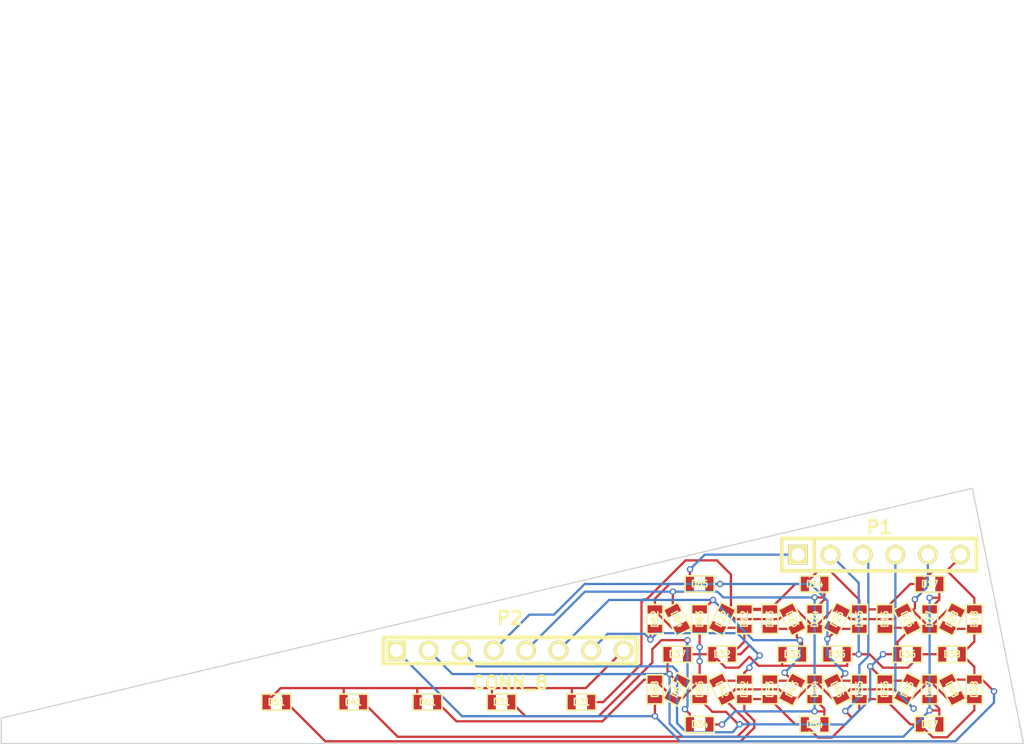
<source format=kicad_pcb>
(kicad_pcb (version 3) (host pcbnew "(2013-mar-13)-testing")

  (general
    (links 94)
    (no_connects 0)
    (area 101.8176 46.0404 182.741571 109.132371)
    (thickness 1.6002)
    (drawings 5)
    (tracks 356)
    (zones 0)
    (modules 49)
    (nets 15)
  )

  (page A4)
  (title_block
    (title "Ultimate Hacking Keyboard - LED Display Board")
    (rev 3)
    (company "Ultimate Gadget Laboratories Kft.")
  )

  (layers
    (15 Front signal)
    (0 Back signal)
    (16 B.Adhes user)
    (17 F.Adhes user)
    (18 B.Paste user)
    (19 F.Paste user)
    (20 B.SilkS user)
    (21 F.SilkS user)
    (22 B.Mask user)
    (23 F.Mask user)
    (24 Dwgs.User user)
    (25 Cmts.User user)
    (26 Eco1.User user)
    (27 Eco2.User user)
    (28 Edge.Cuts user)
  )

  (setup
    (last_trace_width 0.1778)
    (user_trace_width 0.1778)
    (trace_clearance 0.1778)
    (zone_clearance 0.508)
    (zone_45_only no)
    (trace_min 0.1778)
    (segment_width 0.381)
    (edge_width 0.381)
    (via_size 0.50038)
    (via_drill 0.29972)
    (via_min_size 0.50038)
    (via_min_drill 0.29972)
    (user_via 0.50038 0.29972)
    (uvia_size 0.508)
    (uvia_drill 0.29972)
    (uvias_allowed no)
    (uvia_min_size 0.508)
    (uvia_min_drill 0.127)
    (pcb_text_width 0.3048)
    (pcb_text_size 1.524 2.032)
    (mod_edge_width 0.381)
    (mod_text_size 1.524 1.524)
    (mod_text_width 0.3048)
    (pad_size 1.524 1.524)
    (pad_drill 0.8128)
    (pad_to_mask_clearance 0.254)
    (aux_axis_origin 0 0)
    (visible_elements FFFFFF7F)
    (pcbplotparams
      (layerselection 3178497)
      (usegerberextensions true)
      (excludeedgelayer true)
      (linewidth 0.150000)
      (plotframeref false)
      (viasonmask false)
      (mode 1)
      (useauxorigin false)
      (hpglpennumber 1)
      (hpglpenspeed 20)
      (hpglpendiameter 15)
      (hpglpenoverlay 2)
      (psnegative false)
      (psa4output false)
      (plotreference true)
      (plotvalue true)
      (plotothertext true)
      (plotinvisibletext false)
      (padsonsilk false)
      (subtractmaskfromsilk false)
      (outputformat 1)
      (mirror false)
      (drillshape 1)
      (scaleselection 1)
      (outputdirectory /home/laci/download/))
  )

  (net 0 "")
  (net 1 /COL1)
  (net 2 /COL2)
  (net 3 /COL3)
  (net 4 /COL4)
  (net 5 /COL5)
  (net 6 /COL6)
  (net 7 /COL7)
  (net 8 /COL8)
  (net 9 /ROW1)
  (net 10 /ROW2)
  (net 11 /ROW3)
  (net 12 /ROW4)
  (net 13 /ROW5)
  (net 14 /ROW6)

  (net_class Default "This is the default net class."
    (clearance 0.1778)
    (trace_width 0.1778)
    (via_dia 0.50038)
    (via_drill 0.29972)
    (uvia_dia 0.508)
    (uvia_drill 0.29972)
    (add_net "")
    (add_net /COL1)
    (add_net /COL2)
    (add_net /COL3)
    (add_net /COL4)
    (add_net /COL5)
    (add_net /COL6)
    (add_net /COL7)
    (add_net /COL8)
    (add_net /ROW1)
    (add_net /ROW2)
    (add_net /ROW3)
    (add_net /ROW4)
    (add_net /ROW5)
    (add_net /ROW6)
  )

  (module SM0603 (layer Front) (tedit 4E43A3D1) (tstamp 50185DB7)
    (at 178.8414 104.83342 90)
    (path /5011B8F8)
    (attr smd)
    (fp_text reference D58 (at 0 0 90) (layer F.SilkS)
      (effects (font (size 0.508 0.4572) (thickness 0.1143)))
    )
    (fp_text value DIODE (at 0 0 90) (layer F.SilkS) hide
      (effects (font (size 0.508 0.4572) (thickness 0.1143)))
    )
    (fp_line (start -1.143 -0.635) (end 1.143 -0.635) (layer F.SilkS) (width 0.127))
    (fp_line (start 1.143 -0.635) (end 1.143 0.635) (layer F.SilkS) (width 0.127))
    (fp_line (start 1.143 0.635) (end -1.143 0.635) (layer F.SilkS) (width 0.127))
    (fp_line (start -1.143 0.635) (end -1.143 -0.635) (layer F.SilkS) (width 0.127))
    (pad 1 smd rect (at -0.762 0 90) (size 0.635 1.143)
      (layers Front F.Paste F.Mask)
      (net 13 /ROW5)
    )
    (pad 2 smd rect (at 0.762 0 90) (size 0.635 1.143)
      (layers Front F.Paste F.Mask)
      (net 8 /COL8)
    )
    (model smd\resistors\R0603.wrl
      (at (xyz 0 0 0.001))
      (scale (xyz 0.5 0.5 0.5))
      (rotate (xyz 0 0 0))
    )
  )

  (module SM0603 (layer Front) (tedit 503A9604) (tstamp 5021A012)
    (at 141.84122 105.83164 180)
    (path /5011B84B)
    (attr smd)
    (fp_text reference D31 (at 0 0 180) (layer F.SilkS)
      (effects (font (size 0.508 0.4572) (thickness 0.1143)))
    )
    (fp_text value DIODE (at 0 0 180) (layer F.SilkS) hide
      (effects (font (size 0.508 0.4572) (thickness 0.1143)))
    )
    (fp_line (start -1.143 -0.635) (end 1.143 -0.635) (layer F.SilkS) (width 0.127))
    (fp_line (start 1.143 -0.635) (end 1.143 0.635) (layer F.SilkS) (width 0.127))
    (fp_line (start 1.143 0.635) (end -1.143 0.635) (layer F.SilkS) (width 0.127))
    (fp_line (start -1.143 0.635) (end -1.143 -0.635) (layer F.SilkS) (width 0.127))
    (pad 1 smd rect (at -0.762 0 180) (size 0.635 1.143)
      (layers Front F.Paste F.Mask)
      (net 11 /ROW3)
    )
    (pad 2 smd rect (at 0.762 0 180) (size 0.635 1.143)
      (layers Front F.Paste F.Mask)
      (net 1 /COL1)
    )
    (model smd\resistors\R0603.wrl
      (at (xyz 0 0 0.001))
      (scale (xyz 0.5 0.5 0.5))
      (rotate (xyz 0 0 0))
    )
  )

  (module SM0603 (layer Front) (tedit 4E43A3D1) (tstamp 50185DCB)
    (at 175.34128 107.5817)
    (path /5011B8F2)
    (attr smd)
    (fp_text reference D57 (at 0 0) (layer F.SilkS)
      (effects (font (size 0.508 0.4572) (thickness 0.1143)))
    )
    (fp_text value DIODE (at 0 0) (layer F.SilkS) hide
      (effects (font (size 0.508 0.4572) (thickness 0.1143)))
    )
    (fp_line (start -1.143 -0.635) (end 1.143 -0.635) (layer F.SilkS) (width 0.127))
    (fp_line (start 1.143 -0.635) (end 1.143 0.635) (layer F.SilkS) (width 0.127))
    (fp_line (start 1.143 0.635) (end -1.143 0.635) (layer F.SilkS) (width 0.127))
    (fp_line (start -1.143 0.635) (end -1.143 -0.635) (layer F.SilkS) (width 0.127))
    (pad 1 smd rect (at -0.762 0) (size 0.635 1.143)
      (layers Front F.Paste F.Mask)
      (net 13 /ROW5)
    )
    (pad 2 smd rect (at 0.762 0) (size 0.635 1.143)
      (layers Front F.Paste F.Mask)
      (net 7 /COL7)
    )
    (model smd\resistors\R0603.wrl
      (at (xyz 0 0 0.001))
      (scale (xyz 0.5 0.5 0.5))
      (rotate (xyz 0 0 0))
    )
  )

  (module SM0603 (layer Front) (tedit 503A9613) (tstamp 50185DD5)
    (at 148.09216 105.83164 180)
    (path /5011B80B)
    (attr smd)
    (fp_text reference D21 (at 0 0 180) (layer F.SilkS)
      (effects (font (size 0.508 0.4572) (thickness 0.1143)))
    )
    (fp_text value DIODE (at 0 0 180) (layer F.SilkS) hide
      (effects (font (size 0.508 0.4572) (thickness 0.1143)))
    )
    (fp_line (start -1.143 -0.635) (end 1.143 -0.635) (layer F.SilkS) (width 0.127))
    (fp_line (start 1.143 -0.635) (end 1.143 0.635) (layer F.SilkS) (width 0.127))
    (fp_line (start 1.143 0.635) (end -1.143 0.635) (layer F.SilkS) (width 0.127))
    (fp_line (start -1.143 0.635) (end -1.143 -0.635) (layer F.SilkS) (width 0.127))
    (pad 1 smd rect (at -0.762 0 180) (size 0.635 1.143)
      (layers Front F.Paste F.Mask)
      (net 10 /ROW2)
    )
    (pad 2 smd rect (at 0.762 0 180) (size 0.635 1.143)
      (layers Front F.Paste F.Mask)
      (net 1 /COL1)
    )
    (model smd\resistors\R0603.wrl
      (at (xyz 0 0 0.001))
      (scale (xyz 0.5 0.5 0.5))
      (rotate (xyz 0 0 0))
    )
  )

  (module SM0603 (layer Front) (tedit 4E43A3D1) (tstamp 5021B133)
    (at 162.84194 99.33178 270)
    (path /5011B526)
    (attr smd)
    (fp_text reference D13 (at 0 0 270) (layer F.SilkS)
      (effects (font (size 0.508 0.4572) (thickness 0.1143)))
    )
    (fp_text value DIODE (at 0 0 270) (layer F.SilkS) hide
      (effects (font (size 0.508 0.4572) (thickness 0.1143)))
    )
    (fp_line (start -1.143 -0.635) (end 1.143 -0.635) (layer F.SilkS) (width 0.127))
    (fp_line (start 1.143 -0.635) (end 1.143 0.635) (layer F.SilkS) (width 0.127))
    (fp_line (start 1.143 0.635) (end -1.143 0.635) (layer F.SilkS) (width 0.127))
    (fp_line (start -1.143 0.635) (end -1.143 -0.635) (layer F.SilkS) (width 0.127))
    (pad 1 smd rect (at -0.762 0 270) (size 0.635 1.143)
      (layers Front F.Paste F.Mask)
      (net 9 /ROW1)
    )
    (pad 2 smd rect (at 0.762 0 270) (size 0.635 1.143)
      (layers Front F.Paste F.Mask)
      (net 3 /COL3)
    )
    (model smd\resistors\R0603.wrl
      (at (xyz 0 0 0.001))
      (scale (xyz 0.5 0.5 0.5))
      (rotate (xyz 0 0 0))
    )
  )

  (module SM0603 (layer Front) (tedit 4E43A3D1) (tstamp 50185DE9)
    (at 171.84116 104.83342 90)
    (path /5011B8EC)
    (attr smd)
    (fp_text reference D56 (at 0 0 90) (layer F.SilkS)
      (effects (font (size 0.508 0.4572) (thickness 0.1143)))
    )
    (fp_text value DIODE (at 0 0 90) (layer F.SilkS) hide
      (effects (font (size 0.508 0.4572) (thickness 0.1143)))
    )
    (fp_line (start -1.143 -0.635) (end 1.143 -0.635) (layer F.SilkS) (width 0.127))
    (fp_line (start 1.143 -0.635) (end 1.143 0.635) (layer F.SilkS) (width 0.127))
    (fp_line (start 1.143 0.635) (end -1.143 0.635) (layer F.SilkS) (width 0.127))
    (fp_line (start -1.143 0.635) (end -1.143 -0.635) (layer F.SilkS) (width 0.127))
    (pad 1 smd rect (at -0.762 0 90) (size 0.635 1.143)
      (layers Front F.Paste F.Mask)
      (net 13 /ROW5)
    )
    (pad 2 smd rect (at 0.762 0 90) (size 0.635 1.143)
      (layers Front F.Paste F.Mask)
      (net 6 /COL6)
    )
    (model smd\resistors\R0603.wrl
      (at (xyz 0 0 0.001))
      (scale (xyz 0.5 0.5 0.5))
      (rotate (xyz 0 0 0))
    )
  )

  (module SM0603 (layer Front) (tedit 4E43A3D1) (tstamp 50185DF3)
    (at 169.84218 104.83342 90)
    (path /5011B8E6)
    (attr smd)
    (fp_text reference D55 (at 0 0 90) (layer F.SilkS)
      (effects (font (size 0.508 0.4572) (thickness 0.1143)))
    )
    (fp_text value DIODE (at 0 0 90) (layer F.SilkS) hide
      (effects (font (size 0.508 0.4572) (thickness 0.1143)))
    )
    (fp_line (start -1.143 -0.635) (end 1.143 -0.635) (layer F.SilkS) (width 0.127))
    (fp_line (start 1.143 -0.635) (end 1.143 0.635) (layer F.SilkS) (width 0.127))
    (fp_line (start 1.143 0.635) (end -1.143 0.635) (layer F.SilkS) (width 0.127))
    (fp_line (start -1.143 0.635) (end -1.143 -0.635) (layer F.SilkS) (width 0.127))
    (pad 1 smd rect (at -0.762 0 90) (size 0.635 1.143)
      (layers Front F.Paste F.Mask)
      (net 13 /ROW5)
    )
    (pad 2 smd rect (at 0.762 0 90) (size 0.635 1.143)
      (layers Front F.Paste F.Mask)
      (net 5 /COL5)
    )
    (model smd\resistors\R0603.wrl
      (at (xyz 0 0 0.001))
      (scale (xyz 0.5 0.5 0.5))
      (rotate (xyz 0 0 0))
    )
  )

  (module SM0603 (layer Front) (tedit 4E43A3D1) (tstamp 50185DFD)
    (at 166.34206 107.5817)
    (path /5011B8E0)
    (attr smd)
    (fp_text reference D54 (at 0 0) (layer F.SilkS)
      (effects (font (size 0.508 0.4572) (thickness 0.1143)))
    )
    (fp_text value DIODE (at 0 0) (layer F.SilkS) hide
      (effects (font (size 0.508 0.4572) (thickness 0.1143)))
    )
    (fp_line (start -1.143 -0.635) (end 1.143 -0.635) (layer F.SilkS) (width 0.127))
    (fp_line (start 1.143 -0.635) (end 1.143 0.635) (layer F.SilkS) (width 0.127))
    (fp_line (start 1.143 0.635) (end -1.143 0.635) (layer F.SilkS) (width 0.127))
    (fp_line (start -1.143 0.635) (end -1.143 -0.635) (layer F.SilkS) (width 0.127))
    (pad 1 smd rect (at -0.762 0) (size 0.635 1.143)
      (layers Front F.Paste F.Mask)
      (net 13 /ROW5)
    )
    (pad 2 smd rect (at 0.762 0) (size 0.635 1.143)
      (layers Front F.Paste F.Mask)
      (net 4 /COL4)
    )
    (model smd\resistors\R0603.wrl
      (at (xyz 0 0 0.001))
      (scale (xyz 0.5 0.5 0.5))
      (rotate (xyz 0 0 0))
    )
  )

  (module SM0603 (layer Front) (tedit 4E43A3D1) (tstamp 50185E07)
    (at 162.84194 104.83342 90)
    (path /5011B8DA)
    (attr smd)
    (fp_text reference D53 (at 0 0 90) (layer F.SilkS)
      (effects (font (size 0.508 0.4572) (thickness 0.1143)))
    )
    (fp_text value DIODE (at 0 0 90) (layer F.SilkS) hide
      (effects (font (size 0.508 0.4572) (thickness 0.1143)))
    )
    (fp_line (start -1.143 -0.635) (end 1.143 -0.635) (layer F.SilkS) (width 0.127))
    (fp_line (start 1.143 -0.635) (end 1.143 0.635) (layer F.SilkS) (width 0.127))
    (fp_line (start 1.143 0.635) (end -1.143 0.635) (layer F.SilkS) (width 0.127))
    (fp_line (start -1.143 0.635) (end -1.143 -0.635) (layer F.SilkS) (width 0.127))
    (pad 1 smd rect (at -0.762 0 90) (size 0.635 1.143)
      (layers Front F.Paste F.Mask)
      (net 13 /ROW5)
    )
    (pad 2 smd rect (at 0.762 0 90) (size 0.635 1.143)
      (layers Front F.Paste F.Mask)
      (net 3 /COL3)
    )
    (model smd\resistors\R0603.wrl
      (at (xyz 0 0 0.001))
      (scale (xyz 0.5 0.5 0.5))
      (rotate (xyz 0 0 0))
    )
  )

  (module SM0603 (layer Front) (tedit 503A95F6) (tstamp 50185E11)
    (at 136.0424 105.83164 180)
    (path /5011B90B)
    (attr smd)
    (fp_text reference D61 (at 0 0 180) (layer F.SilkS)
      (effects (font (size 0.508 0.4572) (thickness 0.1143)))
    )
    (fp_text value DIODE (at 0 0 180) (layer F.SilkS) hide
      (effects (font (size 0.508 0.4572) (thickness 0.1143)))
    )
    (fp_line (start -1.143 -0.635) (end 1.143 -0.635) (layer F.SilkS) (width 0.127))
    (fp_line (start 1.143 -0.635) (end 1.143 0.635) (layer F.SilkS) (width 0.127))
    (fp_line (start 1.143 0.635) (end -1.143 0.635) (layer F.SilkS) (width 0.127))
    (fp_line (start -1.143 0.635) (end -1.143 -0.635) (layer F.SilkS) (width 0.127))
    (pad 1 smd rect (at -0.762 0 180) (size 0.635 1.143)
      (layers Front F.Paste F.Mask)
      (net 14 /ROW6)
    )
    (pad 2 smd rect (at 0.762 0 180) (size 0.635 1.143)
      (layers Front F.Paste F.Mask)
      (net 1 /COL1)
    )
    (model smd\resistors\R0603.wrl
      (at (xyz 0 0 0.001))
      (scale (xyz 0.5 0.5 0.5))
      (rotate (xyz 0 0 0))
    )
  )

  (module SM0603 (layer Front) (tedit 503A949B) (tstamp 50185E1B)
    (at 155.59278 104.83342 62.9)
    (path /5011B932)
    (attr smd)
    (fp_text reference D67 (at 0 0 62.9) (layer F.SilkS)
      (effects (font (size 0.508 0.4572) (thickness 0.1143)))
    )
    (fp_text value DIODE (at 0 0 62.9) (layer F.SilkS) hide
      (effects (font (size 0.508 0.4572) (thickness 0.1143)))
    )
    (fp_line (start -1.143 -0.635) (end 1.143 -0.635) (layer F.SilkS) (width 0.127))
    (fp_line (start 1.143 -0.635) (end 1.143 0.635) (layer F.SilkS) (width 0.127))
    (fp_line (start 1.143 0.635) (end -1.143 0.635) (layer F.SilkS) (width 0.127))
    (fp_line (start -1.143 0.635) (end -1.143 -0.635) (layer F.SilkS) (width 0.127))
    (pad 1 smd rect (at -0.762 0 62.9) (size 0.635 1.143)
      (layers Front F.Paste F.Mask)
      (net 14 /ROW6)
    )
    (pad 2 smd rect (at 0.762 0 62.9) (size 0.635 1.143)
      (layers Front F.Paste F.Mask)
      (net 7 /COL7)
    )
    (model smd\resistors\R0603.wrl
      (at (xyz 0 0 0.001))
      (scale (xyz 0.5 0.5 0.5))
      (rotate (xyz 0 0 0))
    )
  )

  (module SM0603 (layer Front) (tedit 503A95EC) (tstamp 50185E25)
    (at 130.24104 105.83164 180)
    (path /5011B88B)
    (attr smd)
    (fp_text reference D41 (at 0 0 180) (layer F.SilkS)
      (effects (font (size 0.508 0.4572) (thickness 0.1143)))
    )
    (fp_text value DIODE (at 0 0 180) (layer F.SilkS) hide
      (effects (font (size 0.508 0.4572) (thickness 0.1143)))
    )
    (fp_line (start -1.143 -0.635) (end 1.143 -0.635) (layer F.SilkS) (width 0.127))
    (fp_line (start 1.143 -0.635) (end 1.143 0.635) (layer F.SilkS) (width 0.127))
    (fp_line (start 1.143 0.635) (end -1.143 0.635) (layer F.SilkS) (width 0.127))
    (fp_line (start -1.143 0.635) (end -1.143 -0.635) (layer F.SilkS) (width 0.127))
    (pad 1 smd rect (at -0.762 0 180) (size 0.635 1.143)
      (layers Front F.Paste F.Mask)
      (net 12 /ROW4)
    )
    (pad 2 smd rect (at 0.762 0 180) (size 0.635 1.143)
      (layers Front F.Paste F.Mask)
      (net 1 /COL1)
    )
    (model smd\resistors\R0603.wrl
      (at (xyz 0 0 0.001))
      (scale (xyz 0.5 0.5 0.5))
      (rotate (xyz 0 0 0))
    )
  )

  (module SM0603 (layer Front) (tedit 503A95E3) (tstamp 50185E2F)
    (at 124.21616 105.83164 180)
    (path /5011B8CB)
    (attr smd)
    (fp_text reference D51 (at 0 0 180) (layer F.SilkS)
      (effects (font (size 0.508 0.4572) (thickness 0.1143)))
    )
    (fp_text value DIODE (at 0 0 180) (layer F.SilkS) hide
      (effects (font (size 0.508 0.4572) (thickness 0.1143)))
    )
    (fp_line (start -1.143 -0.635) (end 1.143 -0.635) (layer F.SilkS) (width 0.127))
    (fp_line (start 1.143 -0.635) (end 1.143 0.635) (layer F.SilkS) (width 0.127))
    (fp_line (start 1.143 0.635) (end -1.143 0.635) (layer F.SilkS) (width 0.127))
    (fp_line (start -1.143 0.635) (end -1.143 -0.635) (layer F.SilkS) (width 0.127))
    (pad 1 smd rect (at -0.762 0 180) (size 0.635 1.143)
      (layers Front F.Paste F.Mask)
      (net 13 /ROW5)
    )
    (pad 2 smd rect (at 0.762 0 180) (size 0.635 1.143)
      (layers Front F.Paste F.Mask)
      (net 1 /COL1)
    )
    (model smd\resistors\R0603.wrl
      (at (xyz 0 0 0.001))
      (scale (xyz 0.5 0.5 0.5))
      (rotate (xyz 0 0 0))
    )
  )

  (module SM0603 (layer Front) (tedit 503A942E) (tstamp 503B42FC)
    (at 153.84272 104.83342 270)
    (path /503AA6C3)
    (attr smd)
    (fp_text reference D68 (at 0 0 270) (layer F.SilkS)
      (effects (font (size 0.508 0.4572) (thickness 0.1143)))
    )
    (fp_text value DIODE (at 0 0 270) (layer F.SilkS) hide
      (effects (font (size 0.508 0.4572) (thickness 0.1143)))
    )
    (fp_line (start -1.143 -0.635) (end 1.143 -0.635) (layer F.SilkS) (width 0.127))
    (fp_line (start 1.143 -0.635) (end 1.143 0.635) (layer F.SilkS) (width 0.127))
    (fp_line (start 1.143 0.635) (end -1.143 0.635) (layer F.SilkS) (width 0.127))
    (fp_line (start -1.143 0.635) (end -1.143 -0.635) (layer F.SilkS) (width 0.127))
    (pad 1 smd rect (at -0.762 0 270) (size 0.635 1.143)
      (layers Front F.Paste F.Mask)
      (net 14 /ROW6)
    )
    (pad 2 smd rect (at 0.762 0 270) (size 0.635 1.143)
      (layers Front F.Paste F.Mask)
      (net 8 /COL8)
    )
    (model smd\resistors\R0603.wrl
      (at (xyz 0 0 0.001))
      (scale (xyz 0.5 0.5 0.5))
      (rotate (xyz 0 0 0))
    )
  )

  (module SM0603 (layer Front) (tedit 503A93B4) (tstamp 50185E4D)
    (at 157.34284 96.5835)
    (path /5011B926)
    (attr smd)
    (fp_text reference D65 (at 0 0) (layer F.SilkS)
      (effects (font (size 0.508 0.4572) (thickness 0.1143)))
    )
    (fp_text value DIODE (at 0 0) (layer F.SilkS) hide
      (effects (font (size 0.508 0.4572) (thickness 0.1143)))
    )
    (fp_line (start -1.143 -0.635) (end 1.143 -0.635) (layer F.SilkS) (width 0.127))
    (fp_line (start 1.143 -0.635) (end 1.143 0.635) (layer F.SilkS) (width 0.127))
    (fp_line (start 1.143 0.635) (end -1.143 0.635) (layer F.SilkS) (width 0.127))
    (fp_line (start -1.143 0.635) (end -1.143 -0.635) (layer F.SilkS) (width 0.127))
    (pad 1 smd rect (at -0.762 0) (size 0.635 1.143)
      (layers Front F.Paste F.Mask)
      (net 14 /ROW6)
    )
    (pad 2 smd rect (at 0.762 0) (size 0.635 1.143)
      (layers Front F.Paste F.Mask)
      (net 5 /COL5)
    )
    (model smd\resistors\R0603.wrl
      (at (xyz 0 0 0.001))
      (scale (xyz 0.5 0.5 0.5))
      (rotate (xyz 0 0 0))
    )
  )

  (module SM0603 (layer Front) (tedit 4E43A3D1) (tstamp 50185E57)
    (at 160.84296 99.33178 270)
    (path /5011B49B)
    (attr smd)
    (fp_text reference D12 (at 0 0 270) (layer F.SilkS)
      (effects (font (size 0.508 0.4572) (thickness 0.1143)))
    )
    (fp_text value DIODE (at 0 0 270) (layer F.SilkS) hide
      (effects (font (size 0.508 0.4572) (thickness 0.1143)))
    )
    (fp_line (start -1.143 -0.635) (end 1.143 -0.635) (layer F.SilkS) (width 0.127))
    (fp_line (start 1.143 -0.635) (end 1.143 0.635) (layer F.SilkS) (width 0.127))
    (fp_line (start 1.143 0.635) (end -1.143 0.635) (layer F.SilkS) (width 0.127))
    (fp_line (start -1.143 0.635) (end -1.143 -0.635) (layer F.SilkS) (width 0.127))
    (pad 1 smd rect (at -0.762 0 270) (size 0.635 1.143)
      (layers Front F.Paste F.Mask)
      (net 9 /ROW1)
    )
    (pad 2 smd rect (at 0.762 0 270) (size 0.635 1.143)
      (layers Front F.Paste F.Mask)
      (net 2 /COL2)
    )
    (model smd\resistors\R0603.wrl
      (at (xyz 0 0 0.001))
      (scale (xyz 0.5 0.5 0.5))
      (rotate (xyz 0 0 0))
    )
  )

  (module SM0603 (layer Front) (tedit 503A9411) (tstamp 50185E61)
    (at 155.59278 102.0826 180)
    (path /5011B872)
    (attr smd)
    (fp_text reference D37 (at 0 0 180) (layer F.SilkS)
      (effects (font (size 0.508 0.4572) (thickness 0.1143)))
    )
    (fp_text value DIODE (at 0 0 180) (layer F.SilkS) hide
      (effects (font (size 0.508 0.4572) (thickness 0.1143)))
    )
    (fp_line (start -1.143 -0.635) (end 1.143 -0.635) (layer F.SilkS) (width 0.127))
    (fp_line (start 1.143 -0.635) (end 1.143 0.635) (layer F.SilkS) (width 0.127))
    (fp_line (start 1.143 0.635) (end -1.143 0.635) (layer F.SilkS) (width 0.127))
    (fp_line (start -1.143 0.635) (end -1.143 -0.635) (layer F.SilkS) (width 0.127))
    (pad 1 smd rect (at -0.762 0 180) (size 0.635 1.143)
      (layers Front F.Paste F.Mask)
      (net 11 /ROW3)
    )
    (pad 2 smd rect (at 0.762 0 180) (size 0.635 1.143)
      (layers Front F.Paste F.Mask)
      (net 7 /COL7)
    )
    (model smd\resistors\R0603.wrl
      (at (xyz 0 0 0.001))
      (scale (xyz 0.5 0.5 0.5))
      (rotate (xyz 0 0 0))
    )
  )

  (module SM0603 (layer Front) (tedit 4E43A3D1) (tstamp 50185E6B)
    (at 166.34206 96.5835)
    (path /5011B539)
    (attr smd)
    (fp_text reference D14 (at 0 0) (layer F.SilkS)
      (effects (font (size 0.508 0.4572) (thickness 0.1143)))
    )
    (fp_text value DIODE (at 0 0) (layer F.SilkS) hide
      (effects (font (size 0.508 0.4572) (thickness 0.1143)))
    )
    (fp_line (start -1.143 -0.635) (end 1.143 -0.635) (layer F.SilkS) (width 0.127))
    (fp_line (start 1.143 -0.635) (end 1.143 0.635) (layer F.SilkS) (width 0.127))
    (fp_line (start 1.143 0.635) (end -1.143 0.635) (layer F.SilkS) (width 0.127))
    (fp_line (start -1.143 0.635) (end -1.143 -0.635) (layer F.SilkS) (width 0.127))
    (pad 1 smd rect (at -0.762 0) (size 0.635 1.143)
      (layers Front F.Paste F.Mask)
      (net 9 /ROW1)
    )
    (pad 2 smd rect (at 0.762 0) (size 0.635 1.143)
      (layers Front F.Paste F.Mask)
      (net 4 /COL4)
    )
    (model smd\resistors\R0603.wrl
      (at (xyz 0 0 0.001))
      (scale (xyz 0.5 0.5 0.5))
      (rotate (xyz 0 0 0))
    )
  )

  (module SM0603 (layer Front) (tedit 4E43A3D1) (tstamp 50185E75)
    (at 169.84218 99.33178 270)
    (path /5011B53F)
    (attr smd)
    (fp_text reference D15 (at 0 0 270) (layer F.SilkS)
      (effects (font (size 0.508 0.4572) (thickness 0.1143)))
    )
    (fp_text value DIODE (at 0 0 270) (layer F.SilkS) hide
      (effects (font (size 0.508 0.4572) (thickness 0.1143)))
    )
    (fp_line (start -1.143 -0.635) (end 1.143 -0.635) (layer F.SilkS) (width 0.127))
    (fp_line (start 1.143 -0.635) (end 1.143 0.635) (layer F.SilkS) (width 0.127))
    (fp_line (start 1.143 0.635) (end -1.143 0.635) (layer F.SilkS) (width 0.127))
    (fp_line (start -1.143 0.635) (end -1.143 -0.635) (layer F.SilkS) (width 0.127))
    (pad 1 smd rect (at -0.762 0 270) (size 0.635 1.143)
      (layers Front F.Paste F.Mask)
      (net 9 /ROW1)
    )
    (pad 2 smd rect (at 0.762 0 270) (size 0.635 1.143)
      (layers Front F.Paste F.Mask)
      (net 5 /COL5)
    )
    (model smd\resistors\R0603.wrl
      (at (xyz 0 0 0.001))
      (scale (xyz 0.5 0.5 0.5))
      (rotate (xyz 0 0 0))
    )
  )

  (module SM0603 (layer Front) (tedit 4E43A3D1) (tstamp 50185E7F)
    (at 171.84116 99.33178 270)
    (path /5011B545)
    (attr smd)
    (fp_text reference D16 (at 0 0 270) (layer F.SilkS)
      (effects (font (size 0.508 0.4572) (thickness 0.1143)))
    )
    (fp_text value DIODE (at 0 0 270) (layer F.SilkS) hide
      (effects (font (size 0.508 0.4572) (thickness 0.1143)))
    )
    (fp_line (start -1.143 -0.635) (end 1.143 -0.635) (layer F.SilkS) (width 0.127))
    (fp_line (start 1.143 -0.635) (end 1.143 0.635) (layer F.SilkS) (width 0.127))
    (fp_line (start 1.143 0.635) (end -1.143 0.635) (layer F.SilkS) (width 0.127))
    (fp_line (start -1.143 0.635) (end -1.143 -0.635) (layer F.SilkS) (width 0.127))
    (pad 1 smd rect (at -0.762 0 270) (size 0.635 1.143)
      (layers Front F.Paste F.Mask)
      (net 9 /ROW1)
    )
    (pad 2 smd rect (at 0.762 0 270) (size 0.635 1.143)
      (layers Front F.Paste F.Mask)
      (net 6 /COL6)
    )
    (model smd\resistors\R0603.wrl
      (at (xyz 0 0 0.001))
      (scale (xyz 0.5 0.5 0.5))
      (rotate (xyz 0 0 0))
    )
  )

  (module SM0603 (layer Front) (tedit 4E43A3D1) (tstamp 50185E89)
    (at 175.34128 96.5835)
    (path /5011B54B)
    (attr smd)
    (fp_text reference D17 (at 0 0) (layer F.SilkS)
      (effects (font (size 0.508 0.4572) (thickness 0.1143)))
    )
    (fp_text value DIODE (at 0 0) (layer F.SilkS) hide
      (effects (font (size 0.508 0.4572) (thickness 0.1143)))
    )
    (fp_line (start -1.143 -0.635) (end 1.143 -0.635) (layer F.SilkS) (width 0.127))
    (fp_line (start 1.143 -0.635) (end 1.143 0.635) (layer F.SilkS) (width 0.127))
    (fp_line (start 1.143 0.635) (end -1.143 0.635) (layer F.SilkS) (width 0.127))
    (fp_line (start -1.143 0.635) (end -1.143 -0.635) (layer F.SilkS) (width 0.127))
    (pad 1 smd rect (at -0.762 0) (size 0.635 1.143)
      (layers Front F.Paste F.Mask)
      (net 9 /ROW1)
    )
    (pad 2 smd rect (at 0.762 0) (size 0.635 1.143)
      (layers Front F.Paste F.Mask)
      (net 7 /COL7)
    )
    (model smd\resistors\R0603.wrl
      (at (xyz 0 0 0.001))
      (scale (xyz 0.5 0.5 0.5))
      (rotate (xyz 0 0 0))
    )
  )

  (module SM0603 (layer Front) (tedit 4E43A3D1) (tstamp 50185E93)
    (at 178.8414 99.33178 270)
    (path /5011B551)
    (attr smd)
    (fp_text reference D18 (at 0 0 270) (layer F.SilkS)
      (effects (font (size 0.508 0.4572) (thickness 0.1143)))
    )
    (fp_text value DIODE (at 0 0 270) (layer F.SilkS) hide
      (effects (font (size 0.508 0.4572) (thickness 0.1143)))
    )
    (fp_line (start -1.143 -0.635) (end 1.143 -0.635) (layer F.SilkS) (width 0.127))
    (fp_line (start 1.143 -0.635) (end 1.143 0.635) (layer F.SilkS) (width 0.127))
    (fp_line (start 1.143 0.635) (end -1.143 0.635) (layer F.SilkS) (width 0.127))
    (fp_line (start -1.143 0.635) (end -1.143 -0.635) (layer F.SilkS) (width 0.127))
    (pad 1 smd rect (at -0.762 0 270) (size 0.635 1.143)
      (layers Front F.Paste F.Mask)
      (net 9 /ROW1)
    )
    (pad 2 smd rect (at 0.762 0 270) (size 0.635 1.143)
      (layers Front F.Paste F.Mask)
      (net 8 /COL8)
    )
    (model smd\resistors\R0603.wrl
      (at (xyz 0 0 0.001))
      (scale (xyz 0.5 0.5 0.5))
      (rotate (xyz 0 0 0))
    )
  )

  (module SM0603 (layer Front) (tedit 503A93EB) (tstamp 50185E9D)
    (at 157.34284 99.33178 90)
    (path /5011B91A)
    (attr smd)
    (fp_text reference D63 (at 0 0 90) (layer F.SilkS)
      (effects (font (size 0.508 0.4572) (thickness 0.1143)))
    )
    (fp_text value DIODE (at 0 0 90) (layer F.SilkS) hide
      (effects (font (size 0.508 0.4572) (thickness 0.1143)))
    )
    (fp_line (start -1.143 -0.635) (end 1.143 -0.635) (layer F.SilkS) (width 0.127))
    (fp_line (start 1.143 -0.635) (end 1.143 0.635) (layer F.SilkS) (width 0.127))
    (fp_line (start 1.143 0.635) (end -1.143 0.635) (layer F.SilkS) (width 0.127))
    (fp_line (start -1.143 0.635) (end -1.143 -0.635) (layer F.SilkS) (width 0.127))
    (pad 1 smd rect (at -0.762 0 90) (size 0.635 1.143)
      (layers Front F.Paste F.Mask)
      (net 14 /ROW6)
    )
    (pad 2 smd rect (at 0.762 0 90) (size 0.635 1.143)
      (layers Front F.Paste F.Mask)
      (net 3 /COL3)
    )
    (model smd\resistors\R0603.wrl
      (at (xyz 0 0 0.001))
      (scale (xyz 0.5 0.5 0.5))
      (rotate (xyz 0 0 0))
    )
  )

  (module SM0603 (layer Front) (tedit 4E43A3D1) (tstamp 50185EA7)
    (at 159.0929 99.33178 242.9)
    (path /5011B812)
    (attr smd)
    (fp_text reference D22 (at 0 0 242.9) (layer F.SilkS)
      (effects (font (size 0.508 0.4572) (thickness 0.1143)))
    )
    (fp_text value DIODE (at 0 0 242.9) (layer F.SilkS) hide
      (effects (font (size 0.508 0.4572) (thickness 0.1143)))
    )
    (fp_line (start -1.143 -0.635) (end 1.143 -0.635) (layer F.SilkS) (width 0.127))
    (fp_line (start 1.143 -0.635) (end 1.143 0.635) (layer F.SilkS) (width 0.127))
    (fp_line (start 1.143 0.635) (end -1.143 0.635) (layer F.SilkS) (width 0.127))
    (fp_line (start -1.143 0.635) (end -1.143 -0.635) (layer F.SilkS) (width 0.127))
    (pad 1 smd rect (at -0.762 0 242.9) (size 0.635 1.143)
      (layers Front F.Paste F.Mask)
      (net 10 /ROW2)
    )
    (pad 2 smd rect (at 0.762 0 242.9) (size 0.635 1.143)
      (layers Front F.Paste F.Mask)
      (net 2 /COL2)
    )
    (model smd\resistors\R0603.wrl
      (at (xyz 0 0 0.001))
      (scale (xyz 0.5 0.5 0.5))
      (rotate (xyz 0 0 0))
    )
  )

  (module SM0603 (layer Front) (tedit 4E43A3D1) (tstamp 501C571B)
    (at 164.592 99.33178 297.1)
    (path /5011B81A)
    (attr smd)
    (fp_text reference D23 (at 0 0 297.1) (layer F.SilkS)
      (effects (font (size 0.508 0.4572) (thickness 0.1143)))
    )
    (fp_text value DIODE (at 0 0 297.1) (layer F.SilkS) hide
      (effects (font (size 0.508 0.4572) (thickness 0.1143)))
    )
    (fp_line (start -1.143 -0.635) (end 1.143 -0.635) (layer F.SilkS) (width 0.127))
    (fp_line (start 1.143 -0.635) (end 1.143 0.635) (layer F.SilkS) (width 0.127))
    (fp_line (start 1.143 0.635) (end -1.143 0.635) (layer F.SilkS) (width 0.127))
    (fp_line (start -1.143 0.635) (end -1.143 -0.635) (layer F.SilkS) (width 0.127))
    (pad 1 smd rect (at -0.762 0 297.1) (size 0.635 1.143)
      (layers Front F.Paste F.Mask)
      (net 10 /ROW2)
    )
    (pad 2 smd rect (at 0.762 0 297.1) (size 0.635 1.143)
      (layers Front F.Paste F.Mask)
      (net 3 /COL3)
    )
    (model smd\resistors\R0603.wrl
      (at (xyz 0 0 0.001))
      (scale (xyz 0.5 0.5 0.5))
      (rotate (xyz 0 0 0))
    )
  )

  (module SM0603 (layer Front) (tedit 4E43A3D1) (tstamp 50185EBB)
    (at 166.34206 99.33178 90)
    (path /5011B820)
    (attr smd)
    (fp_text reference D24 (at 0 0 90) (layer F.SilkS)
      (effects (font (size 0.508 0.4572) (thickness 0.1143)))
    )
    (fp_text value DIODE (at 0 0 90) (layer F.SilkS) hide
      (effects (font (size 0.508 0.4572) (thickness 0.1143)))
    )
    (fp_line (start -1.143 -0.635) (end 1.143 -0.635) (layer F.SilkS) (width 0.127))
    (fp_line (start 1.143 -0.635) (end 1.143 0.635) (layer F.SilkS) (width 0.127))
    (fp_line (start 1.143 0.635) (end -1.143 0.635) (layer F.SilkS) (width 0.127))
    (fp_line (start -1.143 0.635) (end -1.143 -0.635) (layer F.SilkS) (width 0.127))
    (pad 1 smd rect (at -0.762 0 90) (size 0.635 1.143)
      (layers Front F.Paste F.Mask)
      (net 10 /ROW2)
    )
    (pad 2 smd rect (at 0.762 0 90) (size 0.635 1.143)
      (layers Front F.Paste F.Mask)
      (net 4 /COL4)
    )
    (model smd\resistors\R0603.wrl
      (at (xyz 0 0 0.001))
      (scale (xyz 0.5 0.5 0.5))
      (rotate (xyz 0 0 0))
    )
  )

  (module SM0603 (layer Front) (tedit 4E43A3D1) (tstamp 50185EC5)
    (at 168.09212 99.33178 242.9)
    (path /5011B826)
    (attr smd)
    (fp_text reference D25 (at 0 0 242.9) (layer F.SilkS)
      (effects (font (size 0.508 0.4572) (thickness 0.1143)))
    )
    (fp_text value DIODE (at 0 0 242.9) (layer F.SilkS) hide
      (effects (font (size 0.508 0.4572) (thickness 0.1143)))
    )
    (fp_line (start -1.143 -0.635) (end 1.143 -0.635) (layer F.SilkS) (width 0.127))
    (fp_line (start 1.143 -0.635) (end 1.143 0.635) (layer F.SilkS) (width 0.127))
    (fp_line (start 1.143 0.635) (end -1.143 0.635) (layer F.SilkS) (width 0.127))
    (fp_line (start -1.143 0.635) (end -1.143 -0.635) (layer F.SilkS) (width 0.127))
    (pad 1 smd rect (at -0.762 0 242.9) (size 0.635 1.143)
      (layers Front F.Paste F.Mask)
      (net 10 /ROW2)
    )
    (pad 2 smd rect (at 0.762 0 242.9) (size 0.635 1.143)
      (layers Front F.Paste F.Mask)
      (net 5 /COL5)
    )
    (model smd\resistors\R0603.wrl
      (at (xyz 0 0 0.001))
      (scale (xyz 0.5 0.5 0.5))
      (rotate (xyz 0 0 0))
    )
  )

  (module SM0603 (layer Front) (tedit 4E43A3D1) (tstamp 50185ECF)
    (at 173.59122 99.33178 297.1)
    (path /5011B82C)
    (attr smd)
    (fp_text reference D26 (at 0 0 297.1) (layer F.SilkS)
      (effects (font (size 0.508 0.4572) (thickness 0.1143)))
    )
    (fp_text value DIODE (at 0 0 297.1) (layer F.SilkS) hide
      (effects (font (size 0.508 0.4572) (thickness 0.1143)))
    )
    (fp_line (start -1.143 -0.635) (end 1.143 -0.635) (layer F.SilkS) (width 0.127))
    (fp_line (start 1.143 -0.635) (end 1.143 0.635) (layer F.SilkS) (width 0.127))
    (fp_line (start 1.143 0.635) (end -1.143 0.635) (layer F.SilkS) (width 0.127))
    (fp_line (start -1.143 0.635) (end -1.143 -0.635) (layer F.SilkS) (width 0.127))
    (pad 1 smd rect (at -0.762 0 297.1) (size 0.635 1.143)
      (layers Front F.Paste F.Mask)
      (net 10 /ROW2)
    )
    (pad 2 smd rect (at 0.762 0 297.1) (size 0.635 1.143)
      (layers Front F.Paste F.Mask)
      (net 6 /COL6)
    )
    (model smd\resistors\R0603.wrl
      (at (xyz 0 0 0.001))
      (scale (xyz 0.5 0.5 0.5))
      (rotate (xyz 0 0 0))
    )
  )

  (module SM0603 (layer Front) (tedit 4E43A3D1) (tstamp 50185ED9)
    (at 175.34128 99.33178 90)
    (path /5011B832)
    (attr smd)
    (fp_text reference D27 (at 0 0 90) (layer F.SilkS)
      (effects (font (size 0.508 0.4572) (thickness 0.1143)))
    )
    (fp_text value DIODE (at 0 0 90) (layer F.SilkS) hide
      (effects (font (size 0.508 0.4572) (thickness 0.1143)))
    )
    (fp_line (start -1.143 -0.635) (end 1.143 -0.635) (layer F.SilkS) (width 0.127))
    (fp_line (start 1.143 -0.635) (end 1.143 0.635) (layer F.SilkS) (width 0.127))
    (fp_line (start 1.143 0.635) (end -1.143 0.635) (layer F.SilkS) (width 0.127))
    (fp_line (start -1.143 0.635) (end -1.143 -0.635) (layer F.SilkS) (width 0.127))
    (pad 1 smd rect (at -0.762 0 90) (size 0.635 1.143)
      (layers Front F.Paste F.Mask)
      (net 10 /ROW2)
    )
    (pad 2 smd rect (at 0.762 0 90) (size 0.635 1.143)
      (layers Front F.Paste F.Mask)
      (net 7 /COL7)
    )
    (model smd\resistors\R0603.wrl
      (at (xyz 0 0 0.001))
      (scale (xyz 0.5 0.5 0.5))
      (rotate (xyz 0 0 0))
    )
  )

  (module SM0603 (layer Front) (tedit 4E43A3D1) (tstamp 50185EE3)
    (at 177.09134 99.33178 242.9)
    (path /5011B838)
    (attr smd)
    (fp_text reference D28 (at 0 0 242.9) (layer F.SilkS)
      (effects (font (size 0.508 0.4572) (thickness 0.1143)))
    )
    (fp_text value DIODE (at 0 0 242.9) (layer F.SilkS) hide
      (effects (font (size 0.508 0.4572) (thickness 0.1143)))
    )
    (fp_line (start -1.143 -0.635) (end 1.143 -0.635) (layer F.SilkS) (width 0.127))
    (fp_line (start 1.143 -0.635) (end 1.143 0.635) (layer F.SilkS) (width 0.127))
    (fp_line (start 1.143 0.635) (end -1.143 0.635) (layer F.SilkS) (width 0.127))
    (fp_line (start -1.143 0.635) (end -1.143 -0.635) (layer F.SilkS) (width 0.127))
    (pad 1 smd rect (at -0.762 0 242.9) (size 0.635 1.143)
      (layers Front F.Paste F.Mask)
      (net 10 /ROW2)
    )
    (pad 2 smd rect (at 0.762 0 242.9) (size 0.635 1.143)
      (layers Front F.Paste F.Mask)
      (net 8 /COL8)
    )
    (model smd\resistors\R0603.wrl
      (at (xyz 0 0 0.001))
      (scale (xyz 0.5 0.5 0.5))
      (rotate (xyz 0 0 0))
    )
  )

  (module SM0603 (layer Front) (tedit 4E43A3D1) (tstamp 50185EED)
    (at 160.84296 104.83342 90)
    (path /5011B8D2)
    (attr smd)
    (fp_text reference D52 (at 0 0 90) (layer F.SilkS)
      (effects (font (size 0.508 0.4572) (thickness 0.1143)))
    )
    (fp_text value DIODE (at 0 0 90) (layer F.SilkS) hide
      (effects (font (size 0.508 0.4572) (thickness 0.1143)))
    )
    (fp_line (start -1.143 -0.635) (end 1.143 -0.635) (layer F.SilkS) (width 0.127))
    (fp_line (start 1.143 -0.635) (end 1.143 0.635) (layer F.SilkS) (width 0.127))
    (fp_line (start 1.143 0.635) (end -1.143 0.635) (layer F.SilkS) (width 0.127))
    (fp_line (start -1.143 0.635) (end -1.143 -0.635) (layer F.SilkS) (width 0.127))
    (pad 1 smd rect (at -0.762 0 90) (size 0.635 1.143)
      (layers Front F.Paste F.Mask)
      (net 13 /ROW5)
    )
    (pad 2 smd rect (at 0.762 0 90) (size 0.635 1.143)
      (layers Front F.Paste F.Mask)
      (net 2 /COL2)
    )
    (model smd\resistors\R0603.wrl
      (at (xyz 0 0 0.001))
      (scale (xyz 0.5 0.5 0.5))
      (rotate (xyz 0 0 0))
    )
  )

  (module SM0603 (layer Front) (tedit 4E43A3D1) (tstamp 50185EF7)
    (at 159.0929 102.0826)
    (path /5011B852)
    (attr smd)
    (fp_text reference D32 (at 0 0) (layer F.SilkS)
      (effects (font (size 0.508 0.4572) (thickness 0.1143)))
    )
    (fp_text value DIODE (at 0 0) (layer F.SilkS) hide
      (effects (font (size 0.508 0.4572) (thickness 0.1143)))
    )
    (fp_line (start -1.143 -0.635) (end 1.143 -0.635) (layer F.SilkS) (width 0.127))
    (fp_line (start 1.143 -0.635) (end 1.143 0.635) (layer F.SilkS) (width 0.127))
    (fp_line (start 1.143 0.635) (end -1.143 0.635) (layer F.SilkS) (width 0.127))
    (fp_line (start -1.143 0.635) (end -1.143 -0.635) (layer F.SilkS) (width 0.127))
    (pad 1 smd rect (at -0.762 0) (size 0.635 1.143)
      (layers Front F.Paste F.Mask)
      (net 11 /ROW3)
    )
    (pad 2 smd rect (at 0.762 0) (size 0.635 1.143)
      (layers Front F.Paste F.Mask)
      (net 2 /COL2)
    )
    (model smd\resistors\R0603.wrl
      (at (xyz 0 0 0.001))
      (scale (xyz 0.5 0.5 0.5))
      (rotate (xyz 0 0 0))
    )
  )

  (module SM0603 (layer Front) (tedit 4E43A3D1) (tstamp 50185F01)
    (at 166.34206 104.83342 270)
    (path /5011B8A0)
    (attr smd)
    (fp_text reference D44 (at 0 0 270) (layer F.SilkS)
      (effects (font (size 0.508 0.4572) (thickness 0.1143)))
    )
    (fp_text value DIODE (at 0 0 270) (layer F.SilkS) hide
      (effects (font (size 0.508 0.4572) (thickness 0.1143)))
    )
    (fp_line (start -1.143 -0.635) (end 1.143 -0.635) (layer F.SilkS) (width 0.127))
    (fp_line (start 1.143 -0.635) (end 1.143 0.635) (layer F.SilkS) (width 0.127))
    (fp_line (start 1.143 0.635) (end -1.143 0.635) (layer F.SilkS) (width 0.127))
    (fp_line (start -1.143 0.635) (end -1.143 -0.635) (layer F.SilkS) (width 0.127))
    (pad 1 smd rect (at -0.762 0 270) (size 0.635 1.143)
      (layers Front F.Paste F.Mask)
      (net 12 /ROW4)
    )
    (pad 2 smd rect (at 0.762 0 270) (size 0.635 1.143)
      (layers Front F.Paste F.Mask)
      (net 4 /COL4)
    )
    (model smd\resistors\R0603.wrl
      (at (xyz 0 0 0.001))
      (scale (xyz 0.5 0.5 0.5))
      (rotate (xyz 0 0 0))
    )
  )

  (module SM0603 (layer Front) (tedit 503A94DF) (tstamp 50185F0B)
    (at 157.34284 107.5817)
    (path /5011B860)
    (attr smd)
    (fp_text reference D34 (at 0 0) (layer F.SilkS)
      (effects (font (size 0.508 0.4572) (thickness 0.1143)))
    )
    (fp_text value DIODE (at 0 0) (layer F.SilkS) hide
      (effects (font (size 0.508 0.4572) (thickness 0.1143)))
    )
    (fp_line (start -1.143 -0.635) (end 1.143 -0.635) (layer F.SilkS) (width 0.127))
    (fp_line (start 1.143 -0.635) (end 1.143 0.635) (layer F.SilkS) (width 0.127))
    (fp_line (start 1.143 0.635) (end -1.143 0.635) (layer F.SilkS) (width 0.127))
    (fp_line (start -1.143 0.635) (end -1.143 -0.635) (layer F.SilkS) (width 0.127))
    (pad 1 smd rect (at -0.762 0) (size 0.635 1.143)
      (layers Front F.Paste F.Mask)
      (net 11 /ROW3)
    )
    (pad 2 smd rect (at 0.762 0) (size 0.635 1.143)
      (layers Front F.Paste F.Mask)
      (net 4 /COL4)
    )
    (model smd\resistors\R0603.wrl
      (at (xyz 0 0 0.001))
      (scale (xyz 0.5 0.5 0.5))
      (rotate (xyz 0 0 0))
    )
  )

  (module SM0603 (layer Front) (tedit 4E43A3D1) (tstamp 50185F15)
    (at 177.09134 104.83342 117.1)
    (path /5011B8B8)
    (attr smd)
    (fp_text reference D48 (at 0 0 117.1) (layer F.SilkS)
      (effects (font (size 0.508 0.4572) (thickness 0.1143)))
    )
    (fp_text value DIODE (at 0 0 117.1) (layer F.SilkS) hide
      (effects (font (size 0.508 0.4572) (thickness 0.1143)))
    )
    (fp_line (start -1.143 -0.635) (end 1.143 -0.635) (layer F.SilkS) (width 0.127))
    (fp_line (start 1.143 -0.635) (end 1.143 0.635) (layer F.SilkS) (width 0.127))
    (fp_line (start 1.143 0.635) (end -1.143 0.635) (layer F.SilkS) (width 0.127))
    (fp_line (start -1.143 0.635) (end -1.143 -0.635) (layer F.SilkS) (width 0.127))
    (pad 1 smd rect (at -0.762 0 117.1) (size 0.635 1.143)
      (layers Front F.Paste F.Mask)
      (net 12 /ROW4)
    )
    (pad 2 smd rect (at 0.762 0 117.1) (size 0.635 1.143)
      (layers Front F.Paste F.Mask)
      (net 8 /COL8)
    )
    (model smd\resistors\R0603.wrl
      (at (xyz 0 0 0.001))
      (scale (xyz 0.5 0.5 0.5))
      (rotate (xyz 0 0 0))
    )
  )

  (module SM0603 (layer Front) (tedit 4E43A3D1) (tstamp 5022D4E7)
    (at 175.34128 104.83342 270)
    (path /5011B8B2)
    (attr smd)
    (fp_text reference D47 (at 0 0 270) (layer F.SilkS)
      (effects (font (size 0.508 0.4572) (thickness 0.1143)))
    )
    (fp_text value DIODE (at 0 0 270) (layer F.SilkS) hide
      (effects (font (size 0.508 0.4572) (thickness 0.1143)))
    )
    (fp_line (start -1.143 -0.635) (end 1.143 -0.635) (layer F.SilkS) (width 0.127))
    (fp_line (start 1.143 -0.635) (end 1.143 0.635) (layer F.SilkS) (width 0.127))
    (fp_line (start 1.143 0.635) (end -1.143 0.635) (layer F.SilkS) (width 0.127))
    (fp_line (start -1.143 0.635) (end -1.143 -0.635) (layer F.SilkS) (width 0.127))
    (pad 1 smd rect (at -0.762 0 270) (size 0.635 1.143)
      (layers Front F.Paste F.Mask)
      (net 12 /ROW4)
    )
    (pad 2 smd rect (at 0.762 0 270) (size 0.635 1.143)
      (layers Front F.Paste F.Mask)
      (net 7 /COL7)
    )
    (model smd\resistors\R0603.wrl
      (at (xyz 0 0 0.001))
      (scale (xyz 0.5 0.5 0.5))
      (rotate (xyz 0 0 0))
    )
  )

  (module SM0603 (layer Front) (tedit 4E43A3D1) (tstamp 50185F29)
    (at 173.59122 104.83342 62.9)
    (path /5011B8AC)
    (attr smd)
    (fp_text reference D46 (at 0 0 62.9) (layer F.SilkS)
      (effects (font (size 0.508 0.4572) (thickness 0.1143)))
    )
    (fp_text value DIODE (at 0 0 62.9) (layer F.SilkS) hide
      (effects (font (size 0.508 0.4572) (thickness 0.1143)))
    )
    (fp_line (start -1.143 -0.635) (end 1.143 -0.635) (layer F.SilkS) (width 0.127))
    (fp_line (start 1.143 -0.635) (end 1.143 0.635) (layer F.SilkS) (width 0.127))
    (fp_line (start 1.143 0.635) (end -1.143 0.635) (layer F.SilkS) (width 0.127))
    (fp_line (start -1.143 0.635) (end -1.143 -0.635) (layer F.SilkS) (width 0.127))
    (pad 1 smd rect (at -0.762 0 62.9) (size 0.635 1.143)
      (layers Front F.Paste F.Mask)
      (net 12 /ROW4)
    )
    (pad 2 smd rect (at 0.762 0 62.9) (size 0.635 1.143)
      (layers Front F.Paste F.Mask)
      (net 6 /COL6)
    )
    (model smd\resistors\R0603.wrl
      (at (xyz 0 0 0.001))
      (scale (xyz 0.5 0.5 0.5))
      (rotate (xyz 0 0 0))
    )
  )

  (module SM0603 (layer Front) (tedit 4E43A3D1) (tstamp 50185F33)
    (at 168.09212 104.83342 117.1)
    (path /5011B8A6)
    (attr smd)
    (fp_text reference D45 (at 0 0 117.1) (layer F.SilkS)
      (effects (font (size 0.508 0.4572) (thickness 0.1143)))
    )
    (fp_text value DIODE (at 0 0 117.1) (layer F.SilkS) hide
      (effects (font (size 0.508 0.4572) (thickness 0.1143)))
    )
    (fp_line (start -1.143 -0.635) (end 1.143 -0.635) (layer F.SilkS) (width 0.127))
    (fp_line (start 1.143 -0.635) (end 1.143 0.635) (layer F.SilkS) (width 0.127))
    (fp_line (start 1.143 0.635) (end -1.143 0.635) (layer F.SilkS) (width 0.127))
    (fp_line (start -1.143 0.635) (end -1.143 -0.635) (layer F.SilkS) (width 0.127))
    (pad 1 smd rect (at -0.762 0 117.1) (size 0.635 1.143)
      (layers Front F.Paste F.Mask)
      (net 12 /ROW4)
    )
    (pad 2 smd rect (at 0.762 0 117.1) (size 0.635 1.143)
      (layers Front F.Paste F.Mask)
      (net 5 /COL5)
    )
    (model smd\resistors\R0603.wrl
      (at (xyz 0 0 0.001))
      (scale (xyz 0.5 0.5 0.5))
      (rotate (xyz 0 0 0))
    )
  )

  (module SM0603 (layer Front) (tedit 4E43A3D1) (tstamp 501BF8F2)
    (at 164.592 102.0826)
    (path /5011B85A)
    (attr smd)
    (fp_text reference D33 (at 0 0) (layer F.SilkS)
      (effects (font (size 0.508 0.4572) (thickness 0.1143)))
    )
    (fp_text value DIODE (at 0 0) (layer F.SilkS) hide
      (effects (font (size 0.508 0.4572) (thickness 0.1143)))
    )
    (fp_line (start -1.143 -0.635) (end 1.143 -0.635) (layer F.SilkS) (width 0.127))
    (fp_line (start 1.143 -0.635) (end 1.143 0.635) (layer F.SilkS) (width 0.127))
    (fp_line (start 1.143 0.635) (end -1.143 0.635) (layer F.SilkS) (width 0.127))
    (fp_line (start -1.143 0.635) (end -1.143 -0.635) (layer F.SilkS) (width 0.127))
    (pad 1 smd rect (at -0.762 0) (size 0.635 1.143)
      (layers Front F.Paste F.Mask)
      (net 11 /ROW3)
    )
    (pad 2 smd rect (at 0.762 0) (size 0.635 1.143)
      (layers Front F.Paste F.Mask)
      (net 3 /COL3)
    )
    (model smd\resistors\R0603.wrl
      (at (xyz 0 0 0.001))
      (scale (xyz 0.5 0.5 0.5))
      (rotate (xyz 0 0 0))
    )
  )

  (module SM0603 (layer Front) (tedit 4E43A3D1) (tstamp 50185F47)
    (at 164.592 104.83342 62.9)
    (path /5011B89A)
    (attr smd)
    (fp_text reference D43 (at 0 0 62.9) (layer F.SilkS)
      (effects (font (size 0.508 0.4572) (thickness 0.1143)))
    )
    (fp_text value DIODE (at 0 0 62.9) (layer F.SilkS) hide
      (effects (font (size 0.508 0.4572) (thickness 0.1143)))
    )
    (fp_line (start -1.143 -0.635) (end 1.143 -0.635) (layer F.SilkS) (width 0.127))
    (fp_line (start 1.143 -0.635) (end 1.143 0.635) (layer F.SilkS) (width 0.127))
    (fp_line (start 1.143 0.635) (end -1.143 0.635) (layer F.SilkS) (width 0.127))
    (fp_line (start -1.143 0.635) (end -1.143 -0.635) (layer F.SilkS) (width 0.127))
    (pad 1 smd rect (at -0.762 0 62.9) (size 0.635 1.143)
      (layers Front F.Paste F.Mask)
      (net 12 /ROW4)
    )
    (pad 2 smd rect (at 0.762 0 62.9) (size 0.635 1.143)
      (layers Front F.Paste F.Mask)
      (net 3 /COL3)
    )
    (model smd\resistors\R0603.wrl
      (at (xyz 0 0 0.001))
      (scale (xyz 0.5 0.5 0.5))
      (rotate (xyz 0 0 0))
    )
  )

  (module SM0603 (layer Front) (tedit 4E43A3D1) (tstamp 50185F51)
    (at 159.0929 104.83342 117.1)
    (path /5011B892)
    (attr smd)
    (fp_text reference D42 (at 0 0 117.1) (layer F.SilkS)
      (effects (font (size 0.508 0.4572) (thickness 0.1143)))
    )
    (fp_text value DIODE (at 0 0 117.1) (layer F.SilkS) hide
      (effects (font (size 0.508 0.4572) (thickness 0.1143)))
    )
    (fp_line (start -1.143 -0.635) (end 1.143 -0.635) (layer F.SilkS) (width 0.127))
    (fp_line (start 1.143 -0.635) (end 1.143 0.635) (layer F.SilkS) (width 0.127))
    (fp_line (start 1.143 0.635) (end -1.143 0.635) (layer F.SilkS) (width 0.127))
    (fp_line (start -1.143 0.635) (end -1.143 -0.635) (layer F.SilkS) (width 0.127))
    (pad 1 smd rect (at -0.762 0 117.1) (size 0.635 1.143)
      (layers Front F.Paste F.Mask)
      (net 12 /ROW4)
    )
    (pad 2 smd rect (at 0.762 0 117.1) (size 0.635 1.143)
      (layers Front F.Paste F.Mask)
      (net 2 /COL2)
    )
    (model smd\resistors\R0603.wrl
      (at (xyz 0 0 0.001))
      (scale (xyz 0.5 0.5 0.5))
      (rotate (xyz 0 0 0))
    )
  )

  (module SM0603 (layer Front) (tedit 503A94A7) (tstamp 50185F5B)
    (at 157.34284 104.83342 270)
    (path /5011B92C)
    (attr smd)
    (fp_text reference D66 (at 0 0 270) (layer F.SilkS)
      (effects (font (size 0.508 0.4572) (thickness 0.1143)))
    )
    (fp_text value DIODE (at 0 0 270) (layer F.SilkS) hide
      (effects (font (size 0.508 0.4572) (thickness 0.1143)))
    )
    (fp_line (start -1.143 -0.635) (end 1.143 -0.635) (layer F.SilkS) (width 0.127))
    (fp_line (start 1.143 -0.635) (end 1.143 0.635) (layer F.SilkS) (width 0.127))
    (fp_line (start 1.143 0.635) (end -1.143 0.635) (layer F.SilkS) (width 0.127))
    (fp_line (start -1.143 0.635) (end -1.143 -0.635) (layer F.SilkS) (width 0.127))
    (pad 1 smd rect (at -0.762 0 270) (size 0.635 1.143)
      (layers Front F.Paste F.Mask)
      (net 14 /ROW6)
    )
    (pad 2 smd rect (at 0.762 0 270) (size 0.635 1.143)
      (layers Front F.Paste F.Mask)
      (net 6 /COL6)
    )
    (model smd\resistors\R0603.wrl
      (at (xyz 0 0 0.001))
      (scale (xyz 0.5 0.5 0.5))
      (rotate (xyz 0 0 0))
    )
  )

  (module SM0603 (layer Front) (tedit 4E43A3D1) (tstamp 50185F65)
    (at 177.09134 102.0826)
    (path /5011B878)
    (attr smd)
    (fp_text reference D38 (at 0 0) (layer F.SilkS)
      (effects (font (size 0.508 0.4572) (thickness 0.1143)))
    )
    (fp_text value DIODE (at 0 0) (layer F.SilkS) hide
      (effects (font (size 0.508 0.4572) (thickness 0.1143)))
    )
    (fp_line (start -1.143 -0.635) (end 1.143 -0.635) (layer F.SilkS) (width 0.127))
    (fp_line (start 1.143 -0.635) (end 1.143 0.635) (layer F.SilkS) (width 0.127))
    (fp_line (start 1.143 0.635) (end -1.143 0.635) (layer F.SilkS) (width 0.127))
    (fp_line (start -1.143 0.635) (end -1.143 -0.635) (layer F.SilkS) (width 0.127))
    (pad 1 smd rect (at -0.762 0) (size 0.635 1.143)
      (layers Front F.Paste F.Mask)
      (net 11 /ROW3)
    )
    (pad 2 smd rect (at 0.762 0) (size 0.635 1.143)
      (layers Front F.Paste F.Mask)
      (net 8 /COL8)
    )
    (model smd\resistors\R0603.wrl
      (at (xyz 0 0 0.001))
      (scale (xyz 0.5 0.5 0.5))
      (rotate (xyz 0 0 0))
    )
  )

  (module SM0603 (layer Front) (tedit 503A93DB) (tstamp 50185F6F)
    (at 153.84272 99.33178 270)
    (path /5011B912)
    (attr smd)
    (fp_text reference D62 (at 0 0 270) (layer F.SilkS)
      (effects (font (size 0.508 0.4572) (thickness 0.1143)))
    )
    (fp_text value DIODE (at 0 0 270) (layer F.SilkS) hide
      (effects (font (size 0.508 0.4572) (thickness 0.1143)))
    )
    (fp_line (start -1.143 -0.635) (end 1.143 -0.635) (layer F.SilkS) (width 0.127))
    (fp_line (start 1.143 -0.635) (end 1.143 0.635) (layer F.SilkS) (width 0.127))
    (fp_line (start 1.143 0.635) (end -1.143 0.635) (layer F.SilkS) (width 0.127))
    (fp_line (start -1.143 0.635) (end -1.143 -0.635) (layer F.SilkS) (width 0.127))
    (pad 1 smd rect (at -0.762 0 270) (size 0.635 1.143)
      (layers Front F.Paste F.Mask)
      (net 14 /ROW6)
    )
    (pad 2 smd rect (at 0.762 0 270) (size 0.635 1.143)
      (layers Front F.Paste F.Mask)
      (net 2 /COL2)
    )
    (model smd\resistors\R0603.wrl
      (at (xyz 0 0 0.001))
      (scale (xyz 0.5 0.5 0.5))
      (rotate (xyz 0 0 0))
    )
  )

  (module SM0603 (layer Front) (tedit 4E43A3D1) (tstamp 50185F79)
    (at 173.59122 102.0826 180)
    (path /5011B86C)
    (attr smd)
    (fp_text reference D36 (at 0 0 180) (layer F.SilkS)
      (effects (font (size 0.508 0.4572) (thickness 0.1143)))
    )
    (fp_text value DIODE (at 0 0 180) (layer F.SilkS) hide
      (effects (font (size 0.508 0.4572) (thickness 0.1143)))
    )
    (fp_line (start -1.143 -0.635) (end 1.143 -0.635) (layer F.SilkS) (width 0.127))
    (fp_line (start 1.143 -0.635) (end 1.143 0.635) (layer F.SilkS) (width 0.127))
    (fp_line (start 1.143 0.635) (end -1.143 0.635) (layer F.SilkS) (width 0.127))
    (fp_line (start -1.143 0.635) (end -1.143 -0.635) (layer F.SilkS) (width 0.127))
    (pad 1 smd rect (at -0.762 0 180) (size 0.635 1.143)
      (layers Front F.Paste F.Mask)
      (net 11 /ROW3)
    )
    (pad 2 smd rect (at 0.762 0 180) (size 0.635 1.143)
      (layers Front F.Paste F.Mask)
      (net 6 /COL6)
    )
    (model smd\resistors\R0603.wrl
      (at (xyz 0 0 0.001))
      (scale (xyz 0.5 0.5 0.5))
      (rotate (xyz 0 0 0))
    )
  )

  (module SM0603 (layer Front) (tedit 4E43A3D1) (tstamp 50185F83)
    (at 168.09212 102.0826 180)
    (path /5011B866)
    (attr smd)
    (fp_text reference D35 (at 0 0 180) (layer F.SilkS)
      (effects (font (size 0.508 0.4572) (thickness 0.1143)))
    )
    (fp_text value DIODE (at 0 0 180) (layer F.SilkS) hide
      (effects (font (size 0.508 0.4572) (thickness 0.1143)))
    )
    (fp_line (start -1.143 -0.635) (end 1.143 -0.635) (layer F.SilkS) (width 0.127))
    (fp_line (start 1.143 -0.635) (end 1.143 0.635) (layer F.SilkS) (width 0.127))
    (fp_line (start 1.143 0.635) (end -1.143 0.635) (layer F.SilkS) (width 0.127))
    (fp_line (start -1.143 0.635) (end -1.143 -0.635) (layer F.SilkS) (width 0.127))
    (pad 1 smd rect (at -0.762 0 180) (size 0.635 1.143)
      (layers Front F.Paste F.Mask)
      (net 11 /ROW3)
    )
    (pad 2 smd rect (at 0.762 0 180) (size 0.635 1.143)
      (layers Front F.Paste F.Mask)
      (net 5 /COL5)
    )
    (model smd\resistors\R0603.wrl
      (at (xyz 0 0 0.001))
      (scale (xyz 0.5 0.5 0.5))
      (rotate (xyz 0 0 0))
    )
  )

  (module SM0603 (layer Front) (tedit 503A93E2) (tstamp 5021A125)
    (at 155.59278 99.33178 117.1)
    (path /5011B920)
    (attr smd)
    (fp_text reference D64 (at 0 0 117.1) (layer F.SilkS)
      (effects (font (size 0.508 0.4572) (thickness 0.1143)))
    )
    (fp_text value DIODE (at 0 0 117.1) (layer F.SilkS) hide
      (effects (font (size 0.508 0.4572) (thickness 0.1143)))
    )
    (fp_line (start -1.143 -0.635) (end 1.143 -0.635) (layer F.SilkS) (width 0.127))
    (fp_line (start 1.143 -0.635) (end 1.143 0.635) (layer F.SilkS) (width 0.127))
    (fp_line (start 1.143 0.635) (end -1.143 0.635) (layer F.SilkS) (width 0.127))
    (fp_line (start -1.143 0.635) (end -1.143 -0.635) (layer F.SilkS) (width 0.127))
    (pad 1 smd rect (at -0.762 0 117.1) (size 0.635 1.143)
      (layers Front F.Paste F.Mask)
      (net 14 /ROW6)
    )
    (pad 2 smd rect (at 0.762 0 117.1) (size 0.635 1.143)
      (layers Front F.Paste F.Mask)
      (net 4 /COL4)
    )
    (model smd\resistors\R0603.wrl
      (at (xyz 0 0 0.001))
      (scale (xyz 0.5 0.5 0.5))
      (rotate (xyz 0 0 0))
    )
  )

  (module PIN_ARRAY-6X1 (layer Front) (tedit 41402119) (tstamp 50185F9C)
    (at 171.39158 94.2848)
    (descr "Connecteur 6 pins")
    (tags "CONN DEV")
    (path /5028274F)
    (fp_text reference P1 (at 0 -2.159) (layer F.SilkS)
      (effects (font (size 1.016 1.016) (thickness 0.2032)))
    )
    (fp_text value CONN_6 (at 0 2.159) (layer F.SilkS) hide
      (effects (font (size 1.016 0.889) (thickness 0.2032)))
    )
    (fp_line (start -7.62 1.27) (end -7.62 -1.27) (layer F.SilkS) (width 0.3048))
    (fp_line (start -7.62 -1.27) (end 7.62 -1.27) (layer F.SilkS) (width 0.3048))
    (fp_line (start 7.62 -1.27) (end 7.62 1.27) (layer F.SilkS) (width 0.3048))
    (fp_line (start 7.62 1.27) (end -7.62 1.27) (layer F.SilkS) (width 0.3048))
    (fp_line (start -5.08 1.27) (end -5.08 -1.27) (layer F.SilkS) (width 0.3048))
    (pad 1 thru_hole rect (at -6.35 0) (size 1.524 1.524) (drill 1.016)
      (layers *.Cu *.Mask F.SilkS)
      (net 14 /ROW6)
    )
    (pad 2 thru_hole circle (at -3.81 0) (size 1.524 1.524) (drill 1.016)
      (layers *.Cu *.Mask F.SilkS)
      (net 11 /ROW3)
    )
    (pad 3 thru_hole circle (at -1.27 0) (size 1.524 1.524) (drill 1.016)
      (layers *.Cu *.Mask F.SilkS)
      (net 13 /ROW5)
    )
    (pad 4 thru_hole circle (at 1.27 0) (size 1.524 1.524) (drill 1.016)
      (layers *.Cu *.Mask F.SilkS)
      (net 12 /ROW4)
    )
    (pad 5 thru_hole circle (at 3.81 0) (size 1.524 1.524) (drill 1.016)
      (layers *.Cu *.Mask F.SilkS)
      (net 10 /ROW2)
    )
    (pad 6 thru_hole circle (at 6.35 0) (size 1.524 1.524) (drill 1.016)
      (layers *.Cu *.Mask F.SilkS)
      (net 9 /ROW1)
    )
    (model pin_array/pins_array_6x1.wrl
      (at (xyz 0 0 0))
      (scale (xyz 1 1 1))
      (rotate (xyz 0 0 0))
    )
  )

  (module pin_array_8x1 (layer Front) (tedit 503A9F40) (tstamp 503AA86D)
    (at 142.49146 101.78542)
    (descr "8x1 pin array")
    (tags CONN)
    (path /5028310D)
    (fp_text reference P2 (at 0 -2.54) (layer F.SilkS)
      (effects (font (size 1.016 1.016) (thickness 0.2032)))
    )
    (fp_text value CONN_8 (at 0 2.54) (layer F.SilkS)
      (effects (font (size 1.016 1.016) (thickness 0.2032)))
    )
    (fp_line (start -9.906 1.016) (end -9.906 -1.016) (layer F.SilkS) (width 0.3048))
    (fp_line (start -9.906 -1.016) (end 9.906 -1.016) (layer F.SilkS) (width 0.3048))
    (fp_line (start 9.906 -1.016) (end 9.906 1.016) (layer F.SilkS) (width 0.3048))
    (fp_line (start 9.906 1.016) (end -9.906 1.016) (layer F.SilkS) (width 0.3048))
    (pad 1 thru_hole rect (at -8.89 0) (size 1.524 1.524) (drill 1.016)
      (layers *.Cu *.Mask F.SilkS)
      (net 8 /COL8)
    )
    (pad 2 thru_hole circle (at -6.35 0) (size 1.524 1.524) (drill 1.016)
      (layers *.Cu *.Mask F.SilkS)
      (net 7 /COL7)
    )
    (pad 3 thru_hole circle (at -3.81 0) (size 1.524 1.524) (drill 1.016)
      (layers *.Cu *.Mask F.SilkS)
      (net 6 /COL6)
    )
    (pad 4 thru_hole circle (at -1.27 0) (size 1.524 1.524) (drill 1.016)
      (layers *.Cu *.Mask F.SilkS)
      (net 5 /COL5)
    )
    (pad 5 thru_hole circle (at 1.27 0) (size 1.524 1.524) (drill 1.016)
      (layers *.Cu *.Mask F.SilkS)
      (net 4 /COL4)
    )
    (pad 6 thru_hole circle (at 3.81 0) (size 1.524 1.524) (drill 1.016)
      (layers *.Cu *.Mask F.SilkS)
      (net 3 /COL3)
    )
    (pad 7 thru_hole circle (at 6.35 0) (size 1.524 1.524) (drill 1.016)
      (layers *.Cu *.Mask F.SilkS)
      (net 2 /COL2)
    )
    (pad 8 thru_hole circle (at 8.89 0) (size 1.524 1.524) (drill 1.016)
      (layers *.Cu *.Mask F.SilkS)
      (net 1 /COL1)
    )
    (model pin_array/pins_array_8x2.wrl
      (at (xyz 0 0 0))
      (scale (xyz 1 1 1))
      (rotate (xyz 0 0 0))
    )
  )

  (gr_text "Display PCB layer:\n* 1.55mm thickness\n* black soldermask\n* white silkscreen\n\nInsulator layer\n* 0.5mm thickness\n* etch away all copper from both sides\n* no soldermask\n* no silkscreen" (at 102.59 63.12) (layer Cmts.User)
    (effects (font (size 1.5 1.5) (thickness 0.3)) (justify left))
  )
  (gr_line (start 102.6922 107.08386) (end 102.6922 109.08284) (angle 90) (layer Edge.Cuts) (width 0.09906))
  (gr_line (start 178.69154 89.08288) (end 102.6922 107.08386) (angle 90) (layer Edge.Cuts) (width 0.09906))
  (gr_line (start 182.69204 109.08284) (end 178.69154 89.08288) (angle 90) (layer Edge.Cuts) (width 0.09906))
  (gr_line (start 102.6922 109.08284) (end 182.69204 109.08284) (angle 90) (layer Edge.Cuts) (width 0.09906) (tstamp 501BF82C))

  (segment (start 147.33016 105.83164) (end 147.34286 105.81894) (width 0.1778) (layer Front) (net 1))
  (segment (start 147.34286 105.81894) (end 147.34286 104.73436) (width 0.1778) (layer Front) (net 1) (tstamp 503B8DB9))
  (segment (start 151.38146 101.78542) (end 148.43252 104.73436) (width 0.1778) (layer Front) (net 1))
  (segment (start 148.43252 104.73436) (end 147.34286 104.73436) (width 0.1778) (layer Front) (net 1) (tstamp 503B8DB1))
  (segment (start 147.34286 104.73436) (end 146.23288 104.73436) (width 0.1778) (layer Front) (net 1) (tstamp 503B8DBD))
  (segment (start 141.07922 105.83164) (end 141.09192 105.81894) (width 0.1778) (layer Front) (net 1))
  (segment (start 141.09192 105.81894) (end 141.09192 104.73436) (width 0.1778) (layer Front) (net 1) (tstamp 503B8CB6))
  (segment (start 135.2804 105.83164) (end 135.2423 105.79354) (width 0.1778) (layer Front) (net 1))
  (segment (start 135.2423 105.79354) (end 135.2423 104.73436) (width 0.1778) (layer Front) (net 1) (tstamp 503B8CAE))
  (segment (start 129.47904 105.83164) (end 129.49174 105.81894) (width 0.1778) (layer Front) (net 1))
  (segment (start 129.49174 105.81894) (end 129.49174 104.73436) (width 0.1778) (layer Front) (net 1) (tstamp 503B8CA5))
  (segment (start 124.55144 104.73436) (end 123.45416 105.83164) (width 0.1778) (layer Front) (net 1) (tstamp 503B8CA1))
  (segment (start 146.23288 104.73436) (end 141.09192 104.73436) (width 0.1778) (layer Front) (net 1) (tstamp 503B8C93))
  (segment (start 141.09192 104.73436) (end 135.2423 104.73436) (width 0.1778) (layer Front) (net 1) (tstamp 503B8CB9))
  (segment (start 135.2423 104.73436) (end 129.49174 104.73436) (width 0.1778) (layer Front) (net 1) (tstamp 503B8CB4))
  (segment (start 129.49174 104.73436) (end 124.55144 104.73436) (width 0.1778) (layer Front) (net 1) (tstamp 503B8CAC))
  (segment (start 162.04184 102.1842) (end 161.24174 102.9843) (width 0.1778) (layer Back) (net 2))
  (segment (start 160.84296 103.53294) (end 160.84296 104.07142) (width 0.1778) (layer Front) (net 2) (tstamp 503BAA09))
  (segment (start 161.24174 103.13416) (end 160.84296 103.53294) (width 0.1778) (layer Front) (net 2) (tstamp 503BAA08))
  (via (at 161.24174 103.13416) (size 0.50038) (drill 0.29972) (layers Front Back) (net 2))
  (segment (start 161.24174 102.9843) (end 161.24174 103.13416) (width 0.1778) (layer Back) (net 2) (tstamp 503BA9F1))
  (segment (start 153.4922 100.93452) (end 153.04262 100.48494) (width 0.1778) (layer Back) (net 2))
  (segment (start 150.14194 100.48494) (end 148.84146 101.78542) (width 0.1778) (layer Back) (net 2) (tstamp 503B8DD2))
  (segment (start 153.04262 100.48494) (end 150.14194 100.48494) (width 0.1778) (layer Back) (net 2) (tstamp 503B8DCB))
  (segment (start 160.29178 100.43414) (end 162.04184 102.1842) (width 0.1778) (layer Back) (net 2) (tstamp 503B8B55))
  (segment (start 153.99004 100.43414) (end 160.29178 100.43414) (width 0.1778) (layer Back) (net 2) (tstamp 503B8B47))
  (segment (start 153.4922 100.93198) (end 153.99004 100.43414) (width 0.1778) (layer Back) (net 2) (tstamp 503B8B45))
  (segment (start 153.4922 100.93452) (end 153.4922 100.93198) (width 0.1778) (layer Back) (net 2) (tstamp 503B8B44))
  (via (at 153.4922 100.93452) (size 0.50038) (drill 0.29972) (layers Front Back) (net 2))
  (segment (start 153.4922 100.4443) (end 153.4922 100.93452) (width 0.1778) (layer Front) (net 2) (tstamp 503B8B25))
  (segment (start 153.84272 100.09378) (end 153.4922 100.4443) (width 0.1778) (layer Front) (net 2))
  (segment (start 159.8549 102.0826) (end 160.54324 102.0826) (width 0.1778) (layer Front) (net 2))
  (via (at 162.04184 102.1842) (size 0.50038) (drill 0.29972) (layers Front Back) (net 2))
  (segment (start 162.04184 102.18166) (end 162.04184 102.1842) (width 0.1778) (layer Front) (net 2) (tstamp 503B88D3))
  (segment (start 161.24428 101.3841) (end 162.04184 102.18166) (width 0.1778) (layer Front) (net 2) (tstamp 503B88CD))
  (segment (start 161.24174 101.3841) (end 161.24428 101.3841) (width 0.1778) (layer Front) (net 2) (tstamp 503B88C1))
  (segment (start 160.54324 102.0826) (end 161.24174 101.3841) (width 0.1778) (layer Front) (net 2) (tstamp 503B88BA))
  (segment (start 158.74492 104.15524) (end 160.75914 104.15524) (width 0.1778) (layer Front) (net 2))
  (segment (start 160.75914 104.15524) (end 160.84296 104.07142) (width 0.1778) (layer Front) (net 2) (tstamp 5022E1A9))
  (segment (start 160.84296 100.09378) (end 160.84296 101.09454) (width 0.1778) (layer Front) (net 2))
  (segment (start 160.84296 101.09454) (end 159.8549 102.0826) (width 0.1778) (layer Front) (net 2) (tstamp 5022E1A5))
  (segment (start 158.74492 100.00996) (end 160.75914 100.00996) (width 0.1778) (layer Front) (net 2))
  (segment (start 160.75914 100.00996) (end 160.84296 100.09378) (width 0.1778) (layer Front) (net 2) (tstamp 5022E1A1))
  (segment (start 158.39186 97.83318) (end 150.2537 97.83318) (width 0.1778) (layer Back) (net 3))
  (segment (start 150.2537 97.83318) (end 146.30146 101.78542) (width 0.1778) (layer Back) (net 3) (tstamp 503B8DDB))
  (segment (start 157.34284 98.56978) (end 157.65526 98.56978) (width 0.1778) (layer Front) (net 3))
  (segment (start 161.54146 100.98278) (end 165.19144 100.98278) (width 0.1778) (layer Back) (net 3) (tstamp 503B8A21))
  (segment (start 158.39186 97.83318) (end 161.54146 100.98278) (width 0.1778) (layer Back) (net 3) (tstamp 503B8A20))
  (via (at 158.39186 97.83318) (size 0.50038) (drill 0.29972) (layers Front Back) (net 3))
  (segment (start 157.65526 98.56978) (end 158.39186 97.83318) (width 0.1778) (layer Front) (net 3) (tstamp 503B8A11))
  (segment (start 164.93998 104.15524) (end 164.61486 104.15524) (width 0.1778) (layer Front) (net 3))
  (segment (start 165.19144 102.33406) (end 165.19144 100.98278) (width 0.1778) (layer Back) (net 3) (tstamp 503B3300))
  (segment (start 163.99256 103.53294) (end 165.19144 102.33406) (width 0.1778) (layer Back) (net 3) (tstamp 503B32FF))
  (via (at 163.99256 103.53294) (size 0.50038) (drill 0.29972) (layers Front Back) (net 3))
  (segment (start 164.61486 104.15524) (end 163.99256 103.53294) (width 0.1778) (layer Front) (net 3) (tstamp 503B32ED))
  (segment (start 164.93998 100.00996) (end 164.93998 100.73132) (width 0.1778) (layer Front) (net 3))
  (segment (start 164.93998 100.73132) (end 165.19144 100.98278) (width 0.1778) (layer Front) (net 3) (tstamp 503B3318))
  (via (at 165.19144 100.98278) (size 0.50038) (drill 0.29972) (layers Front Back) (net 3))
  (segment (start 165.354 101.14534) (end 165.354 102.0826) (width 0.1778) (layer Front) (net 3) (tstamp 503B3315))
  (segment (start 165.19144 100.98278) (end 165.354 101.14534) (width 0.1778) (layer Front) (net 3) (tstamp 503B3314))
  (segment (start 164.93998 104.15524) (end 162.92576 104.15524) (width 0.1778) (layer Front) (net 3))
  (segment (start 162.92576 104.15524) (end 162.84194 104.07142) (width 0.1778) (layer Front) (net 3) (tstamp 5022E4DB))
  (segment (start 162.84194 100.09378) (end 164.85616 100.09378) (width 0.1778) (layer Front) (net 3))
  (segment (start 164.85616 100.09378) (end 164.93998 100.00996) (width 0.1778) (layer Front) (net 3) (tstamp 5022E1C1))
  (segment (start 143.76146 101.78542) (end 148.36394 97.18294) (width 0.1778) (layer Back) (net 4))
  (segment (start 148.36394 97.18294) (end 155.24226 97.18294) (width 0.1778) (layer Back) (net 4) (tstamp 503B8DE4))
  (segment (start 166.33952 97.63506) (end 159.19196 97.63506) (width 0.1778) (layer Back) (net 4))
  (segment (start 155.24226 98.65106) (end 155.2448 98.6536) (width 0.1778) (layer Front) (net 4) (tstamp 503B8ABC))
  (segment (start 155.24226 97.18294) (end 155.24226 98.65106) (width 0.1778) (layer Front) (net 4) (tstamp 503B8ABB))
  (via (at 155.24226 97.18294) (size 0.50038) (drill 0.29972) (layers Front Back) (net 4))
  (segment (start 158.73984 97.18294) (end 155.24226 97.18294) (width 0.1778) (layer Back) (net 4) (tstamp 503B8A92))
  (segment (start 159.19196 97.63506) (end 158.73984 97.18294) (width 0.1778) (layer Back) (net 4) (tstamp 503B8A88))
  (segment (start 158.10484 107.5817) (end 158.10738 107.58424) (width 0.1778) (layer Front) (net 4))
  (segment (start 160.11906 106.55808) (end 166.33952 106.55808) (width 0.1778) (layer Back) (net 4) (tstamp 503B4543))
  (segment (start 159.0929 107.58424) (end 160.11906 106.55808) (width 0.1778) (layer Back) (net 4) (tstamp 503B4542))
  (via (at 159.0929 107.58424) (size 0.50038) (drill 0.29972) (layers Front Back) (net 4))
  (segment (start 158.10738 107.58424) (end 159.0929 107.58424) (width 0.1778) (layer Front) (net 4) (tstamp 503B4536))
  (segment (start 167.10406 97.63506) (end 166.33952 97.63506) (width 0.1778) (layer Front) (net 4))
  (segment (start 166.33952 106.55808) (end 167.10406 106.55808) (width 0.1778) (layer Front) (net 4) (tstamp 5022E3F4))
  (via (at 166.33952 106.55808) (size 0.50038) (drill 0.29972) (layers Front Back) (net 4))
  (segment (start 166.33952 97.63506) (end 166.33952 106.55808) (width 0.1778) (layer Back) (net 4) (tstamp 5022E3DF))
  (via (at 166.33952 97.63506) (size 0.50038) (drill 0.29972) (layers Front Back) (net 4))
  (segment (start 167.10406 106.55808) (end 167.11676 106.55808) (width 0.1778) (layer Front) (net 4) (tstamp 5022E3F5))
  (segment (start 167.11676 106.55808) (end 167.10406 106.55808) (width 0.1778) (layer Front) (net 4) (tstamp 5022E3F7))
  (segment (start 167.10406 107.5817) (end 167.10406 106.55808) (width 0.1778) (layer Front) (net 4))
  (segment (start 167.10406 106.55808) (end 167.10406 106.35742) (width 0.1778) (layer Front) (net 4) (tstamp 5022E3F8))
  (segment (start 167.10406 106.35742) (end 166.34206 105.59542) (width 0.1778) (layer Front) (net 4) (tstamp 5022E2E3))
  (segment (start 167.10406 96.5835) (end 167.10406 97.63506) (width 0.1778) (layer Front) (net 4))
  (segment (start 167.10406 97.63506) (end 167.10406 97.80778) (width 0.1778) (layer Front) (net 4) (tstamp 5022E3D3))
  (segment (start 167.10406 97.80778) (end 166.34206 98.56978) (width 0.1778) (layer Front) (net 4) (tstamp 5022E2B1))
  (segment (start 141.22146 101.78542) (end 144.02308 98.9838) (width 0.1778) (layer Back) (net 5))
  (segment (start 148.34362 96.5835) (end 158.9405 96.5835) (width 0.1778) (layer Back) (net 5) (tstamp 503B8E11))
  (segment (start 145.94332 98.9838) (end 148.34362 96.5835) (width 0.1778) (layer Back) (net 5) (tstamp 503B8E0D))
  (segment (start 144.02308 98.9838) (end 145.94332 98.9838) (width 0.1778) (layer Back) (net 5) (tstamp 503B8E05))
  (segment (start 158.10484 96.5835) (end 158.9405 96.5835) (width 0.1778) (layer Front) (net 5))
  (segment (start 167.34282 97.88398) (end 167.34282 100.88372) (width 0.1778) (layer Back) (net 5) (tstamp 503B8A70))
  (segment (start 166.04234 96.5835) (end 167.34282 97.88398) (width 0.1778) (layer Back) (net 5) (tstamp 503B8A56))
  (segment (start 158.9405 96.5835) (end 166.04234 96.5835) (width 0.1778) (layer Back) (net 5) (tstamp 503B8A55))
  (via (at 158.9405 96.5835) (size 0.50038) (drill 0.29972) (layers Front Back) (net 5))
  (segment (start 167.74414 100.00996) (end 167.74414 100.4824) (width 0.1778) (layer Front) (net 5))
  (segment (start 167.74414 100.4824) (end 167.34282 100.88372) (width 0.1778) (layer Front) (net 5) (tstamp 503B3404))
  (segment (start 167.74414 104.15524) (end 168.17086 104.15524) (width 0.1778) (layer Front) (net 5))
  (segment (start 168.17086 104.15524) (end 168.74236 103.58374) (width 0.1778) (layer Front) (net 5) (tstamp 503B339C))
  (via (at 168.74236 103.58374) (size 0.50038) (drill 0.29972) (layers Front Back) (net 5))
  (segment (start 168.74236 103.58374) (end 167.34282 102.1842) (width 0.1778) (layer Back) (net 5) (tstamp 503B33AF))
  (segment (start 167.34282 102.1842) (end 167.34282 100.88372) (width 0.1778) (layer Back) (net 5) (tstamp 503B33B0))
  (via (at 167.34282 100.88372) (size 0.50038) (drill 0.29972) (layers Front Back) (net 5))
  (segment (start 167.33012 100.89642) (end 167.33012 102.0826) (width 0.1778) (layer Front) (net 5) (tstamp 503B33FA))
  (segment (start 167.34282 100.88372) (end 167.33012 100.89642) (width 0.1778) (layer Front) (net 5) (tstamp 503B33F9))
  (segment (start 167.74414 104.15524) (end 169.75836 104.15524) (width 0.1778) (layer Front) (net 5))
  (segment (start 169.75836 104.15524) (end 169.84218 104.07142) (width 0.1778) (layer Front) (net 5) (tstamp 5022DF61))
  (segment (start 169.84218 100.09378) (end 167.82796 100.09378) (width 0.1778) (layer Front) (net 5))
  (segment (start 167.82796 100.09378) (end 167.74414 100.00996) (width 0.1778) (layer Front) (net 5) (tstamp 5022DF18))
  (segment (start 160.4645 107.569) (end 160.3756 107.569) (width 0.1778) (layer Front) (net 6))
  (segment (start 158.33852 106.5911) (end 157.34284 105.59542) (width 0.1778) (layer Front) (net 6) (tstamp 503BC58B))
  (segment (start 159.3977 106.5911) (end 158.33852 106.5911) (width 0.1778) (layer Front) (net 6) (tstamp 503BC588))
  (segment (start 160.3756 107.569) (end 159.3977 106.5911) (width 0.1778) (layer Front) (net 6) (tstamp 503BC583))
  (via (at 160.4645 107.569) (size 0.50038) (drill 0.29972) (layers Front Back) (net 6))
  (segment (start 160.4645 107.569) (end 159.9311 108.1913) (width 0.1778) (layer Back) (net 6))
  (segment (start 139.93114 103.0351) (end 138.68146 101.78542) (width 0.1778) (layer Back) (net 6) (tstamp 503BC4D8))
  (segment (start 155.2194 103.0351) (end 139.93114 103.0351) (width 0.1778) (layer Back) (net 6) (tstamp 503BC4CF))
  (segment (start 155.575 103.3907) (end 155.2194 103.0351) (width 0.1778) (layer Back) (net 6) (tstamp 503BC4CA))
  (segment (start 155.575 107.4801) (end 155.575 103.3907) (width 0.1778) (layer Back) (net 6) (tstamp 503BC4AF))
  (segment (start 156.2862 108.1913) (end 155.575 107.4801) (width 0.1778) (layer Back) (net 6) (tstamp 503BC49F))
  (segment (start 159.9311 108.1913) (end 156.2862 108.1913) (width 0.1778) (layer Back) (net 6) (tstamp 503BC497))
  (segment (start 160.4645 107.569) (end 168.74236 107.58424) (width 0.1778) (layer Back) (net 6))
  (segment (start 170.69054 105.63606) (end 170.69054 103.0351) (width 0.1778) (layer Back) (net 6) (tstamp 503BA16E))
  (segment (start 168.74236 107.58424) (end 170.69054 105.63606) (width 0.1778) (layer Back) (net 6) (tstamp 503BA159))
  (via (at 171.6913 102.08514) (size 0.50038) (drill 0.29972) (layers Front Back) (net 6))
  (segment (start 170.89374 102.8827) (end 170.69054 103.0351) (width 0.1778) (layer Back) (net 6) (tstamp 503B29F7))
  (segment (start 171.6913 102.08514) (end 170.89374 102.8827) (width 0.1778) (layer Back) (net 6) (tstamp 503B29F6))
  (segment (start 171.69384 102.0826) (end 171.6913 102.08514) (width 0.1778) (layer Front) (net 6) (tstamp 503B29F3))
  (segment (start 172.82922 102.0826) (end 171.69384 102.0826) (width 0.1778) (layer Front) (net 6))
  (via (at 170.69054 103.0351) (size 0.50038) (drill 0.29972) (layers Front Back) (net 6))
  (segment (start 171.68114 104.07142) (end 171.84116 104.07142) (width 0.1778) (layer Front) (net 6) (tstamp 503B2A12))
  (segment (start 170.69054 103.0351) (end 171.68114 104.07142) (width 0.1778) (layer Front) (net 6) (tstamp 503B2A11))
  (segment (start 172.82922 102.0826) (end 172.82922 101.11994) (width 0.1778) (layer Front) (net 6))
  (segment (start 172.82922 101.11994) (end 173.9392 100.00996) (width 0.1778) (layer Front) (net 6) (tstamp 503B291A))
  (segment (start 173.9392 104.15524) (end 171.92498 104.15524) (width 0.1778) (layer Front) (net 6))
  (segment (start 171.92498 104.15524) (end 171.84116 104.07142) (width 0.1778) (layer Front) (net 6) (tstamp 5022CCD8))
  (segment (start 173.9392 100.00996) (end 171.92498 100.00996) (width 0.1778) (layer Front) (net 6))
  (segment (start 171.92498 100.00996) (end 171.84116 100.09378) (width 0.1778) (layer Front) (net 6) (tstamp 5022CCB1))
  (segment (start 175.34128 106.48442) (end 173.2788 108.5469) (width 0.1778) (layer Back) (net 7))
  (segment (start 154.9908 107.5182) (end 154.9908 103.63454) (width 0.1778) (layer Back) (net 7) (tstamp 503BC34C))
  (segment (start 156.0195 108.5469) (end 154.9908 107.5182) (width 0.1778) (layer Back) (net 7) (tstamp 503BC33B))
  (segment (start 173.2788 108.5469) (end 156.0195 108.5469) (width 0.1778) (layer Back) (net 7) (tstamp 503BC336))
  (segment (start 154.9908 103.63454) (end 137.99058 103.63454) (width 0.1778) (layer Back) (net 7))
  (segment (start 137.99058 103.63454) (end 136.14146 101.78542) (width 0.1778) (layer Back) (net 7) (tstamp 503B8E49))
  (segment (start 154.83078 102.0826) (end 154.83078 103.47452) (width 0.1778) (layer Front) (net 7))
  (segment (start 154.83078 103.47452) (end 154.9908 103.63454) (width 0.1778) (layer Front) (net 7) (tstamp 503B4419))
  (segment (start 155.5115 104.15524) (end 155.94076 104.15524) (width 0.1778) (layer Front) (net 7) (tstamp 503B43FB))
  (segment (start 154.9908 103.63454) (end 155.5115 104.15524) (width 0.1778) (layer Front) (net 7) (tstamp 503B43FA))
  (via (at 154.9908 103.63454) (size 0.50038) (drill 0.29972) (layers Front Back) (net 7))
  (segment (start 175.34128 106.48442) (end 176.10328 106.48442) (width 0.1778) (layer Front) (net 7) (tstamp 5022D6F6))
  (via (at 175.34128 106.48442) (size 0.50038) (drill 0.29972) (layers Front Back) (net 7))
  (segment (start 176.10328 106.35742) (end 176.10328 106.48442) (width 0.1778) (layer Front) (net 7) (tstamp 503B2D3A))
  (segment (start 175.34128 97.65792) (end 175.34128 106.48442) (width 0.1778) (layer Back) (net 7) (tstamp 5022D6E2))
  (via (at 175.34128 97.65792) (size 0.50038) (drill 0.29972) (layers Front Back) (net 7))
  (segment (start 176.10328 97.65792) (end 175.34128 97.65792) (width 0.1778) (layer Front) (net 7))
  (segment (start 176.10328 97.80778) (end 176.10328 97.65792) (width 0.1778) (layer Front) (net 7) (tstamp 5022D68D))
  (segment (start 175.34128 105.59542) (end 176.10328 106.35742) (width 0.1778) (layer Front) (net 7))
  (segment (start 175.34128 98.56978) (end 176.10328 97.80778) (width 0.1778) (layer Front) (net 7))
  (segment (start 176.10328 97.65792) (end 176.10328 96.5835) (width 0.1778) (layer Front) (net 7) (tstamp 5022D6DA))
  (segment (start 176.10328 106.48442) (end 176.10328 107.5817) (width 0.1778) (layer Front) (net 7) (tstamp 5022D6FA))
  (segment (start 178.8414 104.07142) (end 179.45862 104.07142) (width 0.1778) (layer Front) (net 8))
  (segment (start 155.81122 108.9025) (end 153.84272 106.934) (width 0.1778) (layer Back) (net 8) (tstamp 503BC2E4))
  (segment (start 177.3555 108.9025) (end 155.81122 108.9025) (width 0.1778) (layer Back) (net 8) (tstamp 503BC2DE))
  (segment (start 180.3781 105.8799) (end 177.3555 108.9025) (width 0.1778) (layer Back) (net 8) (tstamp 503BC2D5))
  (segment (start 180.3781 104.9909) (end 180.3781 105.8799) (width 0.1778) (layer Back) (net 8) (tstamp 503BC2D4))
  (via (at 180.3781 104.9909) (size 0.50038) (drill 0.29972) (layers Front Back) (net 8))
  (segment (start 179.45862 104.07142) (end 180.3781 104.9909) (width 0.1778) (layer Front) (net 8) (tstamp 503BC2C6))
  (segment (start 153.84272 106.934) (end 138.75004 106.934) (width 0.1778) (layer Back) (net 8))
  (segment (start 138.75004 106.934) (end 133.60146 101.78542) (width 0.1778) (layer Back) (net 8) (tstamp 503B8E40))
  (segment (start 153.84272 106.934) (end 153.84272 105.59542) (width 0.1778) (layer Front) (net 8) (tstamp 503B46EE))
  (via (at 153.84272 106.934) (size 0.50038) (drill 0.29972) (layers Front Back) (net 8))
  (segment (start 178.8414 100.09378) (end 178.8414 101.09454) (width 0.1778) (layer Front) (net 8))
  (segment (start 178.8414 101.09454) (end 177.85334 102.0826) (width 0.1778) (layer Front) (net 8) (tstamp 5022D7BC))
  (segment (start 178.8414 100.09378) (end 176.82718 100.09378) (width 0.1778) (layer Front) (net 8))
  (segment (start 176.82718 100.09378) (end 176.74336 100.00996) (width 0.1778) (layer Front) (net 8) (tstamp 5022D7AA))
  (segment (start 178.8414 104.07142) (end 176.82718 104.07142) (width 0.1778) (layer Front) (net 8))
  (segment (start 176.82718 104.07142) (end 176.74336 104.15524) (width 0.1778) (layer Front) (net 8) (tstamp 5022CC2C))
  (segment (start 178.8414 104.07142) (end 178.8414 103.07066) (width 0.1778) (layer Front) (net 8))
  (segment (start 178.8414 103.07066) (end 177.85334 102.0826) (width 0.1778) (layer Front) (net 8) (tstamp 5022CC28))
  (segment (start 177.74158 94.2848) (end 177.74158 94.48292) (width 0.1778) (layer Front) (net 9))
  (segment (start 177.74158 94.48292) (end 176.69002 95.53448) (width 0.1778) (layer Front) (net 9) (tstamp 503B9466))
  (segment (start 169.84218 98.56978) (end 169.84218 97.83572) (width 0.1778) (layer Front) (net 9))
  (segment (start 166.58082 95.58274) (end 165.58006 96.5835) (width 0.1778) (layer Front) (net 9) (tstamp 503B286C))
  (segment (start 167.5892 95.58274) (end 166.58082 95.58274) (width 0.1778) (layer Front) (net 9) (tstamp 503B2867))
  (segment (start 169.84218 97.83572) (end 167.5892 95.58274) (width 0.1778) (layer Front) (net 9) (tstamp 503B285D))
  (segment (start 171.84116 98.56978) (end 169.84218 98.56978) (width 0.1778) (layer Front) (net 9))
  (segment (start 165.58006 96.5835) (end 164.82822 96.5835) (width 0.1778) (layer Front) (net 9))
  (segment (start 164.82822 96.5835) (end 162.84194 98.56978) (width 0.1778) (layer Front) (net 9) (tstamp 5022E325))
  (segment (start 174.57928 96.5835) (end 173.82744 96.5835) (width 0.1778) (layer Front) (net 9))
  (segment (start 173.82744 96.5835) (end 171.84116 98.56978) (width 0.1778) (layer Front) (net 9) (tstamp 5022E316))
  (segment (start 178.8414 98.56978) (end 178.8414 97.68586) (width 0.1778) (layer Front) (net 9))
  (segment (start 175.6283 95.53448) (end 174.57928 96.5835) (width 0.1778) (layer Front) (net 9) (tstamp 5022E312))
  (segment (start 176.69002 95.53448) (end 175.6283 95.53448) (width 0.1778) (layer Front) (net 9) (tstamp 5022E310))
  (segment (start 178.8414 97.68586) (end 176.69002 95.53448) (width 0.1778) (layer Front) (net 9) (tstamp 5022E30C))
  (segment (start 162.84194 98.56978) (end 160.84296 98.56978) (width 0.254) (layer Front) (net 9))
  (segment (start 159.44088 98.6536) (end 159.7914 98.30308) (width 0.1778) (layer Front) (net 10))
  (segment (start 149.79396 105.83164) (end 148.85416 105.83164) (width 0.1778) (layer Front) (net 10) (tstamp 503BA982))
  (segment (start 152.79116 102.83444) (end 149.79396 105.83164) (width 0.1778) (layer Front) (net 10) (tstamp 503BA96D))
  (segment (start 152.79116 97.98558) (end 152.79116 102.83444) (width 0.1778) (layer Front) (net 10) (tstamp 503BA966))
  (segment (start 152.99182 97.78492) (end 152.79116 97.98558) (width 0.1778) (layer Front) (net 10) (tstamp 503BA95F))
  (segment (start 153.18994 97.78492) (end 152.99182 97.78492) (width 0.1778) (layer Front) (net 10) (tstamp 503BA950))
  (segment (start 156.24048 94.73438) (end 153.18994 97.78492) (width 0.1778) (layer Front) (net 10) (tstamp 503BA949))
  (segment (start 158.69158 94.73438) (end 156.24048 94.73438) (width 0.1778) (layer Front) (net 10) (tstamp 503BA93B))
  (segment (start 159.7914 95.8342) (end 158.69158 94.73438) (width 0.1778) (layer Front) (net 10) (tstamp 503BA936))
  (segment (start 159.7914 98.30308) (end 159.7914 95.8342) (width 0.1778) (layer Front) (net 10) (tstamp 503BA932))
  (segment (start 175.20158 94.2848) (end 175.20158 96.774) (width 0.1778) (layer Back) (net 10))
  (segment (start 174.19066 98.47326) (end 174.01032 98.6536) (width 0.1778) (layer Front) (net 10) (tstamp 503B9EB8))
  (segment (start 174.19066 97.78492) (end 174.19066 98.47326) (width 0.1778) (layer Front) (net 10) (tstamp 503B9EB7))
  (via (at 174.19066 97.78492) (size 0.50038) (drill 0.29972) (layers Front Back) (net 10))
  (segment (start 175.20158 96.774) (end 174.19066 97.78492) (width 0.1778) (layer Back) (net 10) (tstamp 503B9E9E))
  (segment (start 164.24402 98.6536) (end 163.5633 99.33432) (width 0.1778) (layer Front) (net 10))
  (segment (start 160.1216 99.33432) (end 159.44088 98.6536) (width 0.1778) (layer Front) (net 10) (tstamp 5022E08B))
  (segment (start 163.5633 99.33432) (end 160.1216 99.33432) (width 0.1778) (layer Front) (net 10) (tstamp 5022E086))
  (segment (start 166.34206 100.09378) (end 166.34206 100.00996) (width 0.1778) (layer Front) (net 10))
  (segment (start 164.9857 98.6536) (end 164.24402 98.6536) (width 0.1778) (layer Front) (net 10) (tstamp 5022DFD9))
  (segment (start 166.34206 100.00996) (end 164.9857 98.6536) (width 0.1778) (layer Front) (net 10) (tstamp 5022DFD1))
  (segment (start 168.4401 98.6536) (end 167.69588 98.6536) (width 0.1778) (layer Front) (net 10))
  (segment (start 166.34206 100.00742) (end 166.34206 100.09378) (width 0.1778) (layer Front) (net 10) (tstamp 5022DFCE))
  (segment (start 167.69588 98.6536) (end 166.34206 100.00742) (width 0.1778) (layer Front) (net 10) (tstamp 5022DFC0))
  (segment (start 173.24324 98.6536) (end 172.56252 99.33432) (width 0.1778) (layer Front) (net 10))
  (segment (start 169.12082 99.33432) (end 168.4401 98.6536) (width 0.1778) (layer Front) (net 10) (tstamp 5022DFB9))
  (segment (start 172.56252 99.33432) (end 169.12082 99.33432) (width 0.1778) (layer Front) (net 10) (tstamp 5022DFAB))
  (segment (start 175.34128 100.09378) (end 175.34128 100.00742) (width 0.1778) (layer Front) (net 10))
  (segment (start 176.6951 98.6536) (end 177.43932 98.6536) (width 0.1778) (layer Front) (net 10) (tstamp 5022DFA2))
  (segment (start 175.34128 100.00742) (end 176.6951 98.6536) (width 0.1778) (layer Front) (net 10) (tstamp 5022DF93))
  (segment (start 173.24324 98.6536) (end 174.01032 98.6536) (width 0.1778) (layer Front) (net 10))
  (segment (start 175.34128 99.98456) (end 175.34128 100.09378) (width 0.1778) (layer Front) (net 10) (tstamp 5022DF90))
  (segment (start 174.01032 98.6536) (end 175.34128 99.98456) (width 0.1778) (layer Front) (net 10) (tstamp 5022DF85))
  (segment (start 158.3309 102.0826) (end 159.38246 103.13416) (width 0.1778) (layer Front) (net 11))
  (segment (start 161.94278 102.9843) (end 163.7919 102.9843) (width 0.1778) (layer Front) (net 11) (tstamp 503BAA4A))
  (segment (start 161.69132 102.73284) (end 161.94278 102.9843) (width 0.1778) (layer Front) (net 11) (tstamp 503BAA41))
  (segment (start 161.24174 102.28326) (end 161.69132 102.73284) (width 0.1778) (layer Front) (net 11) (tstamp 503BAA3D))
  (segment (start 161.19094 102.33406) (end 161.24174 102.28326) (width 0.1778) (layer Front) (net 11) (tstamp 503BAA2E))
  (segment (start 161.04108 102.48392) (end 161.19094 102.33406) (width 0.1778) (layer Front) (net 11) (tstamp 503BAA26))
  (segment (start 160.39084 103.13416) (end 161.04108 102.48392) (width 0.1778) (layer Front) (net 11) (tstamp 503BAA20))
  (segment (start 159.38246 103.13416) (end 160.39084 103.13416) (width 0.1778) (layer Front) (net 11) (tstamp 503BAA18))
  (segment (start 156.39288 100.98278) (end 154.3431 100.98278) (width 0.1778) (layer Front) (net 11))
  (segment (start 143.70558 106.934) (end 142.60322 105.83164) (width 0.1778) (layer Front) (net 11) (tstamp 503BA74C))
  (segment (start 149.4409 106.934) (end 143.70558 106.934) (width 0.1778) (layer Front) (net 11) (tstamp 503BA746))
  (segment (start 153.64206 102.73284) (end 149.4409 106.934) (width 0.1778) (layer Front) (net 11) (tstamp 503BA73C))
  (segment (start 153.64206 101.68382) (end 153.64206 102.73284) (width 0.1778) (layer Front) (net 11) (tstamp 503BA734))
  (segment (start 154.3431 100.98278) (end 153.64206 101.68382) (width 0.1778) (layer Front) (net 11) (tstamp 503BA72D))
  (segment (start 174.69104 102.0826) (end 173.63948 103.13416) (width 0.1778) (layer Front) (net 11))
  (segment (start 170.64228 102.08514) (end 169.79138 102.08514) (width 0.1778) (layer Front) (net 11) (tstamp 503BA381))
  (segment (start 171.6913 103.13416) (end 170.64228 102.08514) (width 0.1778) (layer Front) (net 11) (tstamp 503BA37C))
  (segment (start 173.63948 103.13416) (end 171.6913 103.13416) (width 0.1778) (layer Front) (net 11) (tstamp 503BA36E))
  (segment (start 176.32934 102.0826) (end 174.69104 102.0826) (width 0.1778) (layer Front) (net 11))
  (segment (start 174.69104 102.0826) (end 174.35322 102.0826) (width 0.1778) (layer Front) (net 11) (tstamp 503BA36C))
  (segment (start 167.58158 94.2848) (end 169.79138 96.4946) (width 0.1778) (layer Back) (net 11))
  (segment (start 169.79138 96.4946) (end 169.79138 102.08514) (width 0.1778) (layer Back) (net 11) (tstamp 503BA217))
  (via (at 169.79138 102.08514) (size 0.50038) (drill 0.29972) (layers Front Back) (net 11))
  (segment (start 168.85666 102.08514) (end 168.85412 102.0826) (width 0.1778) (layer Front) (net 11) (tstamp 503BA229))
  (segment (start 169.79138 102.08514) (end 168.85666 102.08514) (width 0.1778) (layer Front) (net 11) (tstamp 503BA228))
  (segment (start 163.83 102.0826) (end 163.7919 102.1207) (width 0.1778) (layer Front) (net 11))
  (segment (start 163.7919 102.1207) (end 163.7919 102.9843) (width 0.1778) (layer Front) (net 11) (tstamp 503B3450))
  (segment (start 168.89222 102.9843) (end 163.7919 102.9843) (width 0.1778) (layer Front) (net 11))
  (segment (start 168.88968 102.11816) (end 168.85412 102.0826) (width 0.1778) (layer Front) (net 11) (tstamp 5022DF55))
  (segment (start 168.88968 102.9843) (end 168.88968 102.11816) (width 0.1778) (layer Front) (net 11) (tstamp 503B290F))
  (segment (start 168.88968 102.9843) (end 168.89222 102.9843) (width 0.1778) (layer Front) (net 11))
  (segment (start 156.35478 102.0826) (end 158.3309 102.0826) (width 0.1778) (layer Front) (net 11))
  (segment (start 156.58084 107.5817) (end 156.58084 106.77144) (width 0.1778) (layer Front) (net 11))
  (segment (start 156.35478 101.02088) (end 156.35478 102.0826) (width 0.1778) (layer Front) (net 11) (tstamp 503B2F61))
  (segment (start 156.39288 100.98278) (end 156.35478 101.02088) (width 0.1778) (layer Front) (net 11) (tstamp 503B2F60))
  (via (at 156.39288 100.98278) (size 0.50038) (drill 0.29972) (layers Front Back) (net 11))
  (segment (start 156.39288 106.18216) (end 156.39288 100.98278) (width 0.1778) (layer Back) (net 11) (tstamp 503B2F3E))
  (segment (start 156.19222 106.38282) (end 156.39288 106.18216) (width 0.1778) (layer Back) (net 11) (tstamp 503B2F3D))
  (via (at 156.19222 106.38282) (size 0.50038) (drill 0.29972) (layers Front Back) (net 11))
  (segment (start 156.58084 106.77144) (end 156.19222 106.38282) (width 0.1778) (layer Front) (net 11) (tstamp 503B2F38))
  (segment (start 133.7183 108.5469) (end 131.00304 105.83164) (width 0.1778) (layer Front) (net 12) (tstamp 503BC3C4))
  (segment (start 160.2867 108.5469) (end 133.7183 108.5469) (width 0.1778) (layer Front) (net 12) (tstamp 503BC3BD))
  (segment (start 161.1757 107.6579) (end 160.2867 108.5469) (width 0.1778) (layer Front) (net 12) (tstamp 503BC3B5))
  (segment (start 161.1757 107.4801) (end 161.1757 107.6579) (width 0.1778) (layer Front) (net 12) (tstamp 503BC394))
  (segment (start 159.44088 105.74528) (end 161.1757 107.4801) (width 0.1778) (layer Front) (net 12) (tstamp 503BC38D))
  (segment (start 159.44088 105.5116) (end 159.44088 105.74528) (width 0.1778) (layer Front) (net 12))
  (segment (start 172.66158 94.2848) (end 172.66158 104.90454) (width 0.1778) (layer Back) (net 12))
  (segment (start 174.0662 106.33456) (end 173.24324 105.5116) (width 0.1778) (layer Front) (net 12) (tstamp 503BA202))
  (segment (start 174.0916 106.33456) (end 174.0662 106.33456) (width 0.1778) (layer Front) (net 12) (tstamp 503BA201))
  (via (at 174.0916 106.33456) (size 0.50038) (drill 0.29972) (layers Front Back) (net 12))
  (segment (start 172.66158 104.90454) (end 174.0916 106.33456) (width 0.1778) (layer Back) (net 12) (tstamp 503BA1E1))
  (segment (start 159.44088 105.5116) (end 160.11906 104.83342) (width 0.1778) (layer Front) (net 12))
  (segment (start 163.56584 104.83342) (end 164.24402 105.5116) (width 0.1778) (layer Front) (net 12) (tstamp 5022E109))
  (segment (start 160.11906 104.83342) (end 163.56584 104.83342) (width 0.1778) (layer Front) (net 12) (tstamp 5022E106))
  (segment (start 168.4401 105.5116) (end 169.11828 104.83342) (width 0.1778) (layer Front) (net 12))
  (segment (start 172.56506 104.83342) (end 173.24324 105.5116) (width 0.1778) (layer Front) (net 12) (tstamp 5022E0FB))
  (segment (start 169.11828 104.83342) (end 172.56506 104.83342) (width 0.1778) (layer Front) (net 12) (tstamp 5022E0F4))
  (segment (start 164.24402 105.5116) (end 164.98824 105.5116) (width 0.1778) (layer Front) (net 12))
  (segment (start 164.98824 105.5116) (end 166.34206 104.15778) (width 0.1778) (layer Front) (net 12) (tstamp 5022D568))
  (segment (start 166.34206 104.15778) (end 166.34206 104.07142) (width 0.1778) (layer Front) (net 12) (tstamp 5022D56E))
  (segment (start 168.4401 105.5116) (end 167.69334 105.5116) (width 0.1778) (layer Front) (net 12))
  (segment (start 167.69334 105.5116) (end 166.34206 104.16032) (width 0.1778) (layer Front) (net 12) (tstamp 5022D561))
  (segment (start 166.34206 104.16032) (end 166.34206 104.07142) (width 0.1778) (layer Front) (net 12) (tstamp 5022D565))
  (segment (start 173.24324 105.5116) (end 173.98746 105.5116) (width 0.1778) (layer Front) (net 12))
  (segment (start 173.98746 105.5116) (end 175.34128 104.15778) (width 0.1778) (layer Front) (net 12) (tstamp 5022D4EF))
  (segment (start 175.34128 104.15778) (end 175.34128 104.07142) (width 0.1778) (layer Front) (net 12) (tstamp 5022D4F1))
  (segment (start 177.43932 105.5116) (end 176.6951 105.5116) (width 0.1778) (layer Front) (net 12))
  (segment (start 176.6951 105.5116) (end 175.34128 104.15778) (width 0.1778) (layer Front) (net 12) (tstamp 5022D4EA))
  (segment (start 175.34128 104.15778) (end 175.34128 104.07142) (width 0.1778) (layer Front) (net 12) (tstamp 5022D4EC))
  (segment (start 160.84296 105.59542) (end 160.84296 106.52506) (width 0.1778) (layer Front) (net 13))
  (segment (start 128.04902 108.9025) (end 124.97816 105.83164) (width 0.1778) (layer Front) (net 13) (tstamp 503BC512))
  (segment (start 160.5534 108.9025) (end 128.04902 108.9025) (width 0.1778) (layer Front) (net 13) (tstamp 503BC510))
  (segment (start 161.6202 107.8357) (end 160.5534 108.9025) (width 0.1778) (layer Front) (net 13) (tstamp 503BC50C))
  (segment (start 161.6202 107.3023) (end 161.6202 107.8357) (width 0.1778) (layer Front) (net 13) (tstamp 503BC50A))
  (segment (start 160.84296 106.52506) (end 161.6202 107.3023) (width 0.1778) (layer Front) (net 13) (tstamp 503BC506))
  (segment (start 170.12158 94.2848) (end 170.54068 94.7039) (width 0.1778) (layer Back) (net 13))
  (segment (start 168.74236 106.53268) (end 169.25544 107.04576) (width 0.1778) (layer Front) (net 13) (tstamp 503BA275))
  (via (at 168.74236 106.53268) (size 0.50038) (drill 0.29972) (layers Front Back) (net 13))
  (segment (start 169.84218 105.43286) (end 168.74236 106.53268) (width 0.1778) (layer Back) (net 13) (tstamp 503BA260))
  (segment (start 169.84218 102.9335) (end 169.84218 105.43286) (width 0.1778) (layer Back) (net 13) (tstamp 503BA246))
  (segment (start 170.54068 102.235) (end 169.84218 102.9335) (width 0.1778) (layer Back) (net 13) (tstamp 503BA242))
  (segment (start 170.54068 94.7039) (end 170.54068 102.235) (width 0.1778) (layer Back) (net 13) (tstamp 503BA232))
  (segment (start 165.58006 107.5817) (end 164.82822 107.5817) (width 0.1778) (layer Front) (net 13))
  (segment (start 164.82822 107.5817) (end 162.84194 105.59542) (width 0.1778) (layer Front) (net 13) (tstamp 5022E2DE))
  (segment (start 169.84218 105.59542) (end 169.84218 106.45902) (width 0.1778) (layer Front) (net 13))
  (segment (start 166.60622 108.60786) (end 165.58006 107.5817) (width 0.1778) (layer Front) (net 13) (tstamp 5022E2D8))
  (segment (start 167.69334 108.60786) (end 166.60622 108.60786) (width 0.1778) (layer Front) (net 13) (tstamp 5022E2D6))
  (segment (start 169.84218 106.45902) (end 169.25544 107.04576) (width 0.1778) (layer Front) (net 13) (tstamp 5022E2D1))
  (segment (start 169.25544 107.04576) (end 167.69334 108.60786) (width 0.1778) (layer Front) (net 13) (tstamp 503BA278))
  (segment (start 162.84194 105.59542) (end 160.84296 105.59542) (width 0.1778) (layer Front) (net 13))
  (segment (start 171.84116 105.59542) (end 169.84218 105.59542) (width 0.1778) (layer Front) (net 13))
  (segment (start 174.57928 107.5817) (end 173.82744 107.5817) (width 0.1778) (layer Front) (net 13))
  (segment (start 173.82744 107.5817) (end 171.84116 105.59542) (width 0.1778) (layer Front) (net 13) (tstamp 5022E141))
  (segment (start 178.8414 105.59542) (end 178.8414 106.45902) (width 0.1778) (layer Front) (net 13))
  (segment (start 175.58258 108.585) (end 174.57928 107.5817) (width 0.1778) (layer Front) (net 13) (tstamp 5022E13D))
  (segment (start 176.71542 108.585) (end 175.58258 108.585) (width 0.1778) (layer Front) (net 13) (tstamp 5022E137))
  (segment (start 178.8414 106.45902) (end 176.71542 108.585) (width 0.1778) (layer Front) (net 13) (tstamp 5022E127))
  (segment (start 165.04158 94.2848) (end 157.73908 94.2848) (width 0.1778) (layer Back) (net 14))
  (segment (start 156.58084 95.44304) (end 156.58084 96.5835) (width 0.1778) (layer Front) (net 14) (tstamp 503BA903))
  (segment (start 156.591 95.43288) (end 156.58084 95.44304) (width 0.1778) (layer Front) (net 14) (tstamp 503BA902))
  (via (at 156.591 95.43288) (size 0.50038) (drill 0.29972) (layers Front Back) (net 14))
  (segment (start 157.73908 94.2848) (end 156.591 95.43288) (width 0.1778) (layer Back) (net 14) (tstamp 503BA8FA))
  (segment (start 153.84272 104.07142) (end 153.00452 104.07142) (width 0.1778) (layer Front) (net 14))
  (segment (start 138.30554 107.33278) (end 136.8044 105.83164) (width 0.1778) (layer Front) (net 14) (tstamp 503BA761))
  (segment (start 149.74316 107.33278) (end 138.30554 107.33278) (width 0.1778) (layer Front) (net 14) (tstamp 503BA75A))
  (segment (start 153.00452 104.07142) (end 149.74316 107.33278) (width 0.1778) (layer Front) (net 14) (tstamp 503BA753))
  (segment (start 155.94076 100.00996) (end 155.1686 100.00996) (width 0.1778) (layer Front) (net 14))
  (segment (start 153.84272 98.68408) (end 153.84272 98.56978) (width 0.1778) (layer Front) (net 14) (tstamp 503B9F2F))
  (segment (start 155.1686 100.00996) (end 153.84272 98.68408) (width 0.1778) (layer Front) (net 14) (tstamp 503B9F27))
  (segment (start 153.84272 97.73412) (end 153.84272 98.56978) (width 0.1778) (layer Front) (net 14) (tstamp 503B8B02))
  (segment (start 156.58084 96.5835) (end 154.99334 96.5835) (width 0.1778) (layer Front) (net 14))
  (segment (start 154.99334 96.5835) (end 153.84272 97.73412) (width 0.1778) (layer Front) (net 14) (tstamp 503B8AFD))
  (segment (start 156.02458 100.09378) (end 157.34284 100.09378) (width 0.1778) (layer Front) (net 14) (tstamp 503B89D7))
  (segment (start 155.94076 100.00996) (end 156.02458 100.09378) (width 0.1778) (layer Front) (net 14))
  (segment (start 157.34284 104.07142) (end 157.34284 104.18318) (width 0.1778) (layer Front) (net 14))
  (segment (start 156.01442 105.5116) (end 155.2448 105.5116) (width 0.1778) (layer Front) (net 14) (tstamp 503B89B8))
  (segment (start 157.34284 104.18318) (end 156.01442 105.5116) (width 0.1778) (layer Front) (net 14) (tstamp 503B89B0))
  (segment (start 155.2448 105.5116) (end 155.2448 105.4735) (width 0.1778) (layer Front) (net 14))
  (segment (start 155.2448 105.4735) (end 153.84272 104.07142) (width 0.1778) (layer Front) (net 14) (tstamp 503B435E))
  (segment (start 157.34284 100.09378) (end 157.34284 101.53396) (width 0.1778) (layer Front) (net 14))
  (segment (start 157.34284 102.63378) (end 157.34284 104.07142) (width 0.1778) (layer Front) (net 14) (tstamp 503B317E))
  (via (at 157.34284 102.63378) (size 0.50038) (drill 0.29972) (layers Front Back) (net 14))
  (segment (start 157.34284 101.53396) (end 157.34284 102.63378) (width 0.1778) (layer Back) (net 14) (tstamp 503B3171))
  (via (at 157.34284 101.53396) (size 0.50038) (drill 0.29972) (layers Front Back) (net 14))

)

</source>
